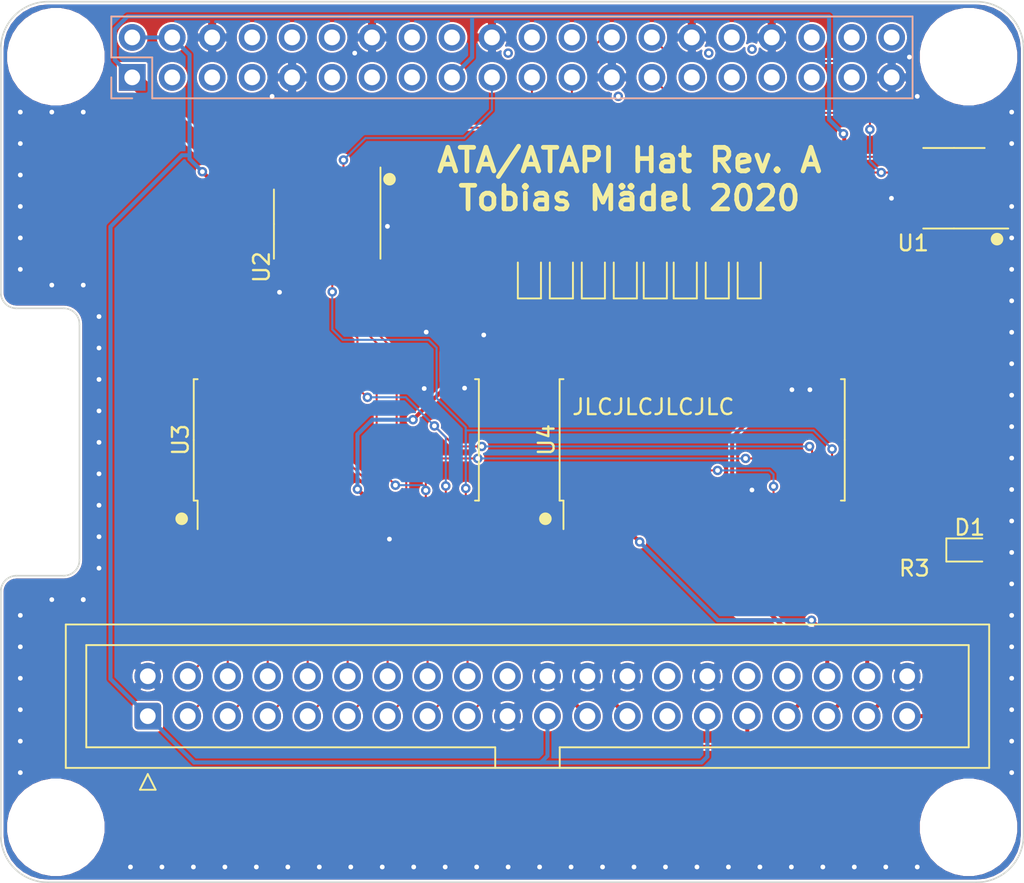
<source format=kicad_pcb>
(kicad_pcb (version 20171130) (host pcbnew 5.1.6)
  (layers (0 F.Cu signal) (31 B.Cu signal) (34 B.Paste user) (35 F.Paste user) (36 B.SilkS user) (37 F.SilkS user) (38 B.Mask user) (39 F.Mask user) (44 Edge.Cuts user))
  (net 0 "")
  (net 1 +5V)
  (net 2 "Net-(D1-Pad1)")
  (net 3 /ID_SD)
  (net 4 +3V3)
  (net 5 /ID_SC)
  (net 6 /ACTIVE)
  (net 7 GND)
  (net 8 "Net-(U2-Pad15)")
  (net 9 "Net-(U2-Pad14)")
  (net 10 "Net-(U2-Pad13)")
  (net 11 "Net-(U2-Pad12)")
  (net 12 "Net-(U2-Pad9)")
  (net 13 "Net-(U2-Pad8)")
  (net 14 "Net-(U2-Pad7)")
  (net 15 "Net-(U2-Pad6)")
  (net 16 /D7)
  (net 17 /D6)
  (net 18 /D5)
  (net 19 /D4)
  (net 20 /D3)
  (net 21 /D2)
  (net 22 /D1)
  (net 23 /D0)
  (net 24 "Net-(U3-Pad20)")
  (net 25 "Net-(U3-Pad19)")
  (net 26 /D15)
  (net 27 /D14)
  (net 28 /D13)
  (net 29 /D12)
  (net 30 /D11)
  (net 31 /D10)
  (net 32 /D9)
  (net 33 /D8)
  (net 34 "Net-(U4-Pad20)")
  (net 35 "Net-(U4-Pad19)")
  (net 36 "Net-(J1-Pad40)")
  (net 37 "Net-(J1-Pad38)")
  (net 38 "Net-(J1-Pad37)")
  (net 39 "Net-(J1-Pad36)")
  (net 40 "Net-(J1-Pad35)")
  (net 41 "Net-(J1-Pad33)")
  (net 42 "Net-(J1-Pad32)")
  (net 43 "Net-(J1-Pad31)")
  (net 44 "Net-(J1-Pad29)")
  (net 45 "Net-(J1-Pad24)")
  (net 46 "Net-(J1-Pad22)")
  (net 47 "Net-(J1-Pad18)")
  (net 48 "Net-(J1-Pad16)")
  (net 49 "Net-(J1-Pad15)")
  (net 50 "Net-(J1-Pad13)")
  (net 51 "Net-(J1-Pad12)")
  (net 52 "Net-(J1-Pad11)")
  (net 53 "Net-(J1-Pad10)")
  (net 54 "Net-(J1-Pad8)")
  (net 55 "Net-(J1-Pad7)")
  (net 56 "Net-(J1-Pad5)")
  (net 57 "Net-(J1-Pad3)")
  (net 58 /CS1)
  (net 59 /DA2)
  (net 60 "Net-(J2-Pad34)")
  (net 61 "Net-(J2-Pad32)")
  (net 62 "Net-(J2-Pad28)")
  (net 63 "Net-(J2-Pad20)")
  (net 64 /CS0)
  (net 65 /DA0)
  (net 66 /DA1)
  (net 67 /IRQ)
  (net 68 /IO_CH_RD)
  (net 69 /IOR)
  (net 70 /IOW)
  (net 71 "Net-(D2-Pad1)")
  (net 72 "Net-(D3-Pad1)")
  (net 73 "Net-(D4-Pad1)")
  (net 74 "Net-(D5-Pad1)")
  (net 75 "Net-(D6-Pad1)")
  (net 76 "Net-(D7-Pad1)")
  (net 77 "Net-(D8-Pad1)")
  (net 78 "Net-(D9-Pad1)")
  (net 79 /3V_MOSI)
  (net 80 /3V_MISO)
  (net 81 /3V_SCK)
  (net 82 /3V_CS)
  (net 83 "Net-(R4-Pad2)")
  (net 84 "Net-(R5-Pad2)")
  (net 85 "Net-(R6-Pad2)")
  (net 86 "Net-(R7-Pad2)")
  (net 87 "Net-(R8-Pad2)")
  (net 88 "Net-(R9-Pad2)")
  (net 89 "Net-(R10-Pad2)")
  (net 90 "Net-(R11-Pad2)")
  (net 91 /CS)
  (net 92 /SCK)
  (net 93 /MOSI)
  (net 94 /MISO)
  (module Package_SO:TSSOP-20_4.4x6.5mm_P0.65mm (layer F.Cu) (at 65.635627 142.299877 270)
    (fp_text reference U2 (at 2.734123 4.167627 90) (layer F.SilkS))
    (fp_text value TXS0108EPW)
    (pad 20 smd roundrect (at 2.8625 -2.925 270) (size 1.475 0.4) (layers F.Cu F.Paste F.Mask) (net 91 /CS))
    (pad 19 smd roundrect (at 2.8625 -2.275 270) (size 1.475 0.4) (layers F.Cu F.Paste F.Mask) (net 1 +5V))
    (pad 18 smd roundrect (at 2.8625 -1.625 270) (size 1.475 0.4) (layers F.Cu F.Paste F.Mask) (net 92 /SCK))
    (pad 17 smd roundrect (at 2.8625 -0.975 270) (size 1.475 0.4) (layers F.Cu F.Paste F.Mask) (net 93 /MOSI))
    (pad 16 smd roundrect (at 2.8625 -0.325 270) (size 1.475 0.4) (layers F.Cu F.Paste F.Mask) (net 94 /MISO))
    (pad 15 smd roundrect (at 2.8625 0.325 270) (size 1.475 0.4) (layers F.Cu F.Paste F.Mask) (net 8 "Net-(U2-Pad15)"))
    (pad 14 smd roundrect (at 2.8625 0.975 270) (size 1.475 0.4) (layers F.Cu F.Paste F.Mask) (net 9 "Net-(U2-Pad14)"))
    (pad 13 smd roundrect (at 2.8625 1.625 270) (size 1.475 0.4) (layers F.Cu F.Paste F.Mask) (net 10 "Net-(U2-Pad13)"))
    (pad 12 smd roundrect (at 2.8625 2.275 270) (size 1.475 0.4) (layers F.Cu F.Paste F.Mask) (net 11 "Net-(U2-Pad12)"))
    (pad 11 smd roundrect (at 2.8625 2.925 270) (size 1.475 0.4) (layers F.Cu F.Paste F.Mask) (net 7 GND))
    (pad 10 smd roundrect (at -2.8625 2.925 270) (size 1.475 0.4) (layers F.Cu F.Paste F.Mask) (net 4 +3V3))
    (pad 9 smd roundrect (at -2.8625 2.275 270) (size 1.475 0.4) (layers F.Cu F.Paste F.Mask) (net 12 "Net-(U2-Pad9)"))
    (pad 8 smd roundrect (at -2.8625 1.625 270) (size 1.475 0.4) (layers F.Cu F.Paste F.Mask) (net 13 "Net-(U2-Pad8)"))
    (pad 7 smd roundrect (at -2.8625 0.975 270) (size 1.475 0.4) (layers F.Cu F.Paste F.Mask) (net 14 "Net-(U2-Pad7)"))
    (pad 6 smd roundrect (at -2.8625 0.325 270) (size 1.475 0.4) (layers F.Cu F.Paste F.Mask) (net 15 "Net-(U2-Pad6)"))
    (pad 5 smd roundrect (at -2.8625 -0.325 270) (size 1.475 0.4) (layers F.Cu F.Paste F.Mask) (net 80 /3V_MISO))
    (pad 4 smd roundrect (at -2.8625 -0.975 270) (size 1.475 0.4) (layers F.Cu F.Paste F.Mask) (net 79 /3V_MOSI))
    (pad 3 smd roundrect (at -2.8625 -1.625 270) (size 1.475 0.4) (layers F.Cu F.Paste F.Mask) (net 81 /3V_SCK))
    (pad 2 smd roundrect (at -2.8625 -2.275 270) (size 1.475 0.4) (layers F.Cu F.Paste F.Mask) (net 4 +3V3))
    (pad 1 smd roundrect (at -2.8625 -2.925 270) (size 1.475 0.4) (layers F.Cu F.Paste F.Mask) (net 82 /3V_CS))
  )
  (module Resistor_SMD:R_0402_1005Metric (layer F.Cu) (at 81.153 148.971 270)
    (fp_text reference R11 hide)
    (fp_text value 4.7k hide)
    (pad 2 smd roundrect (at 0.485 0 270) (size 0.59 0.64) (layers F.Cu F.Paste F.Mask) (net 90 "Net-(R11-Pad2)"))
    (pad 1 smd roundrect (at -0.485 0 270) (size 0.59 0.64) (layers F.Cu F.Paste F.Mask) (net 78 "Net-(D9-Pad1)"))
  )
  (module Resistor_SMD:R_0402_1005Metric (layer F.Cu) (at 82.423 148.971 270)
    (fp_text reference R10 hide)
    (fp_text value 4.7k hide)
    (pad 2 smd roundrect (at 0.485 0 270) (size 0.59 0.64) (layers F.Cu F.Paste F.Mask) (net 89 "Net-(R10-Pad2)"))
    (pad 1 smd roundrect (at -0.485 0 270) (size 0.59 0.64) (layers F.Cu F.Paste F.Mask) (net 77 "Net-(D8-Pad1)"))
  )
  (module Resistor_SMD:R_0402_1005Metric (layer F.Cu) (at 83.693 148.971 270)
    (fp_text reference R9 hide)
    (fp_text value 10k hide)
    (pad 2 smd roundrect (at 0.485 0 270) (size 0.59 0.64) (layers F.Cu F.Paste F.Mask) (net 88 "Net-(R9-Pad2)"))
    (pad 1 smd roundrect (at -0.485 0 270) (size 0.59 0.64) (layers F.Cu F.Paste F.Mask) (net 76 "Net-(D7-Pad1)"))
  )
  (module Resistor_SMD:R_0402_1005Metric (layer F.Cu) (at 84.963 148.971 270)
    (fp_text reference R8 hide)
    (fp_text value 10k hide)
    (pad 2 smd roundrect (at 0.485 0 270) (size 0.59 0.64) (layers F.Cu F.Paste F.Mask) (net 87 "Net-(R8-Pad2)"))
    (pad 1 smd roundrect (at -0.485 0 270) (size 0.59 0.64) (layers F.Cu F.Paste F.Mask) (net 75 "Net-(D6-Pad1)"))
  )
  (module Resistor_SMD:R_0402_1005Metric (layer F.Cu) (at 86.233 148.971 270)
    (fp_text reference R7 hide)
    (fp_text value 4.7k hide)
    (pad 2 smd roundrect (at 0.485 0 270) (size 0.59 0.64) (layers F.Cu F.Paste F.Mask) (net 86 "Net-(R7-Pad2)"))
    (pad 1 smd roundrect (at -0.485 0 270) (size 0.59 0.64) (layers F.Cu F.Paste F.Mask) (net 74 "Net-(D5-Pad1)"))
  )
  (module Resistor_SMD:R_0402_1005Metric (layer F.Cu) (at 87.503 148.971 270)
    (fp_text reference R6 hide)
    (fp_text value 4.7k hide)
    (pad 2 smd roundrect (at 0.485 0 270) (size 0.59 0.64) (layers F.Cu F.Paste F.Mask) (net 85 "Net-(R6-Pad2)"))
    (pad 1 smd roundrect (at -0.485 0 270) (size 0.59 0.64) (layers F.Cu F.Paste F.Mask) (net 73 "Net-(D4-Pad1)"))
  )
  (module Resistor_SMD:R_0402_1005Metric (layer F.Cu) (at 88.773 148.971 270)
    (fp_text reference R5 hide)
    (fp_text value 4.7k hide)
    (pad 2 smd roundrect (at 0.485 0 270) (size 0.59 0.64) (layers F.Cu F.Paste F.Mask) (net 84 "Net-(R5-Pad2)"))
    (pad 1 smd roundrect (at -0.485 0 270) (size 0.59 0.64) (layers F.Cu F.Paste F.Mask) (net 72 "Net-(D3-Pad1)"))
  )
  (module Resistor_SMD:R_0402_1005Metric (layer F.Cu) (at 90.043 148.971 270)
    (fp_text reference R4 hide)
    (fp_text value 4.7k hide)
    (pad 2 smd roundrect (at 0.485 0 270) (size 0.59 0.64) (layers F.Cu F.Paste F.Mask) (net 83 "Net-(R4-Pad2)"))
    (pad 1 smd roundrect (at -0.485 0 270) (size 0.59 0.64) (layers F.Cu F.Paste F.Mask) (net 71 "Net-(D2-Pad1)"))
  )
  (module LED_SMD:LED_0603_1608Metric (layer F.Cu) (at 78.486 145.542 90)
    (fp_text reference D9 hide)
    (fp_text value Blue hide)
    (pad 2 smd roundrect (at 0.7875 0 90) (size 0.875 0.95) (layers F.Cu F.Paste F.Mask) (net 1 +5V))
    (pad 1 smd roundrect (at -0.7875 0 90) (size 0.875 0.95) (layers F.Cu F.Paste F.Mask) (net 78 "Net-(D9-Pad1)"))
  )
  (module LED_SMD:LED_0603_1608Metric (layer F.Cu) (at 80.518 145.542 90)
    (fp_text reference D8 hide)
    (fp_text value Blue hide)
    (pad 2 smd roundrect (at 0.7875 0 90) (size 0.875 0.95) (layers F.Cu F.Paste F.Mask) (net 1 +5V))
    (pad 1 smd roundrect (at -0.7875 0 90) (size 0.875 0.95) (layers F.Cu F.Paste F.Mask) (net 77 "Net-(D8-Pad1)"))
  )
  (module LED_SMD:LED_0603_1608Metric (layer F.Cu) (at 82.55 145.542 90)
    (fp_text reference D7 hide)
    (fp_text value Green hide)
    (pad 2 smd roundrect (at 0.7875 0 90) (size 0.875 0.95) (layers F.Cu F.Paste F.Mask) (net 1 +5V))
    (pad 1 smd roundrect (at -0.7875 0 90) (size 0.875 0.95) (layers F.Cu F.Paste F.Mask) (net 76 "Net-(D7-Pad1)"))
  )
  (module LED_SMD:LED_0603_1608Metric (layer F.Cu) (at 84.582 145.542 90)
    (fp_text reference D6 hide)
    (fp_text value Green hide)
    (pad 2 smd roundrect (at 0.7875 0 90) (size 0.875 0.95) (layers F.Cu F.Paste F.Mask) (net 1 +5V))
    (pad 1 smd roundrect (at -0.7875 0 90) (size 0.875 0.95) (layers F.Cu F.Paste F.Mask) (net 75 "Net-(D6-Pad1)"))
  )
  (module LED_SMD:LED_0603_1608Metric (layer F.Cu) (at 86.487 145.542 90)
    (fp_text reference D5 hide)
    (fp_text value Yellow hide)
    (pad 2 smd roundrect (at 0.7875 0 90) (size 0.875 0.95) (layers F.Cu F.Paste F.Mask) (net 1 +5V))
    (pad 1 smd roundrect (at -0.7875 0 90) (size 0.875 0.95) (layers F.Cu F.Paste F.Mask) (net 74 "Net-(D5-Pad1)"))
  )
  (module LED_SMD:LED_0603_1608Metric (layer F.Cu) (at 88.392 145.542 90)
    (fp_text reference D4 hide)
    (fp_text value Yellow hide)
    (pad 2 smd roundrect (at 0.7875 0 90) (size 0.875 0.95) (layers F.Cu F.Paste F.Mask) (net 1 +5V))
    (pad 1 smd roundrect (at -0.7875 0 90) (size 0.875 0.95) (layers F.Cu F.Paste F.Mask) (net 73 "Net-(D4-Pad1)"))
  )
  (module LED_SMD:LED_0603_1608Metric (layer F.Cu) (at 90.424 145.542 90)
    (fp_text reference D3 hide)
    (fp_text value Red hide)
    (pad 2 smd roundrect (at 0.7875 0 90) (size 0.875 0.95) (layers F.Cu F.Paste F.Mask) (net 1 +5V))
    (pad 1 smd roundrect (at -0.7875 0 90) (size 0.875 0.95) (layers F.Cu F.Paste F.Mask) (net 72 "Net-(D3-Pad1)"))
  )
  (module LED_SMD:LED_0603_1608Metric (layer F.Cu) (at 92.456 145.542 90)
    (fp_text reference D2 hide)
    (fp_text value Red hide)
    (pad 2 smd roundrect (at 0.7875 0 90) (size 0.875 0.95) (layers F.Cu F.Paste F.Mask) (net 1 +5V))
    (pad 1 smd roundrect (at -0.7875 0 90) (size 0.875 0.95) (layers F.Cu F.Paste F.Mask) (net 71 "Net-(D2-Pad1)"))
  )
  (module Capacitor_SMD:C_0402_1005Metric (layer F.Cu) (at 105.235628 143.569878)
    (fp_text reference C5 hide)
    (fp_text value 100n hide)
    (pad 2 smd roundrect (at 0.485 0) (size 0.59 0.64) (layers F.Cu F.Paste F.Mask) (net 7 GND))
    (pad 1 smd roundrect (at -0.485 0) (size 0.59 0.64) (layers F.Cu F.Paste F.Mask) (net 4 +3V3))
  )
  (module Capacitor_SMD:C_0402_1005Metric (layer F.Cu) (at 70.325627 141.409875 270)
    (fp_text reference C4 hide)
    (fp_text value 100n hide)
    (pad 2 smd roundrect (at 0.485 0 270) (size 0.59 0.64) (layers F.Cu F.Paste F.Mask) (net 7 GND))
    (pad 1 smd roundrect (at -0.485 0 270) (size 0.59 0.64) (layers F.Cu F.Paste F.Mask) (net 4 +3V3))
  )
  (module Capacitor_SMD:C_0402_1005Metric (layer F.Cu) (at 97.085627 149.299875 180)
    (fp_text reference C3 hide)
    (fp_text value 100n hide)
    (pad 2 smd roundrect (at 0.485 0 180) (size 0.59 0.64) (layers F.Cu F.Paste F.Mask) (net 7 GND))
    (pad 1 smd roundrect (at -0.485 0 180) (size 0.59 0.64) (layers F.Cu F.Paste F.Mask) (net 1 +5V))
  )
  (module Capacitor_SMD:C_0402_1005Metric (layer F.Cu) (at 73.805628 149.349876)
    (fp_text reference C2 hide)
    (fp_text value 100n hide)
    (pad 2 smd roundrect (at 0.485 0) (size 0.59 0.64) (layers F.Cu F.Paste F.Mask) (net 7 GND))
    (pad 1 smd roundrect (at -0.485 0) (size 0.59 0.64) (layers F.Cu F.Paste F.Mask) (net 1 +5V))
  )
  (module Capacitor_SMD:C_0402_1005Metric (layer F.Cu) (at 70.315627 143.349876 90)
    (fp_text reference C1 hide)
    (fp_text value 100n hide)
    (pad 2 smd roundrect (at 0.485 0 90) (size 0.59 0.64) (layers F.Cu F.Paste F.Mask) (net 7 GND))
    (pad 1 smd roundrect (at -0.485 0 90) (size 0.59 0.64) (layers F.Cu F.Paste F.Mask) (net 1 +5V))
  )
  (module RPi_Hat:RPi_Hat_Mounting_Hole (layer F.Cu) (at 106.392628 180.655875)
    (fp_text reference "" hide)
    (fp_text value "" hide)
    (pad "" np_thru_hole circle (at 0 0) (size 2.75 2.75) (drill 2.75) (layers *.Cu *.Mask) (clearance 1.725))
  )
  (module RPi_Hat:RPi_Hat_Mounting_Hole (layer F.Cu) (at 48.392628 131.655876)
    (fp_text reference "" hide)
    (fp_text value "" hide)
    (pad "" np_thru_hole circle (at 0 0) (size 2.75 2.75) (drill 2.75) (layers *.Cu *.Mask) (clearance 1.725))
  )
  (module RPi_Hat:RPi_Hat_Mounting_Hole (layer F.Cu) (at 48.392627 180.655877)
    (fp_text reference "" hide)
    (fp_text value "" hide)
    (pad "" np_thru_hole circle (at 0 0) (size 2.75 2.75) (drill 2.75) (layers *.Cu *.Mask) (clearance 1.725))
  )
  (module RPi_Hat:RPi_Hat_Mounting_Hole (layer F.Cu) (at 106.392628 131.655876)
    (fp_text reference "" hide)
    (fp_text value "" hide)
    (pad "" np_thru_hole circle (at 0 0) (size 2.75 2.75) (drill 2.75) (layers *.Cu *.Mask) (clearance 1.725))
  )
  (module Connector_IDC:IDC-Header_2x20_P2.54mm_Vertical (layer F.Cu) (at 54.234241 173.587564 90)
    (fp_text reference J2 hide)
    (fp_text value IDE)
    (pad 40 thru_hole circle (at 2.54 48.26 90) (size 1.7 1.7) (drill 1) (layers *.Cu *.Mask) (net 7 GND))
    (pad 38 thru_hole circle (at 2.54 45.72 90) (size 1.7 1.7) (drill 1) (layers *.Cu *.Mask) (net 58 /CS1))
    (pad 36 thru_hole circle (at 2.54 43.18 90) (size 1.7 1.7) (drill 1) (layers *.Cu *.Mask) (net 59 /DA2))
    (pad 34 thru_hole circle (at 2.54 40.64 90) (size 1.7 1.7) (drill 1) (layers *.Cu *.Mask) (net 60 "Net-(J2-Pad34)"))
    (pad 32 thru_hole circle (at 2.54 38.1 90) (size 1.7 1.7) (drill 1) (layers *.Cu *.Mask) (net 61 "Net-(J2-Pad32)"))
    (pad 30 thru_hole circle (at 2.54 35.56 90) (size 1.7 1.7) (drill 1) (layers *.Cu *.Mask) (net 7 GND))
    (pad 28 thru_hole circle (at 2.54 33.02 90) (size 1.7 1.7) (drill 1) (layers *.Cu *.Mask) (net 62 "Net-(J2-Pad28)"))
    (pad 26 thru_hole circle (at 2.54 30.48 90) (size 1.7 1.7) (drill 1) (layers *.Cu *.Mask) (net 7 GND))
    (pad 24 thru_hole circle (at 2.54 27.94 90) (size 1.7 1.7) (drill 1) (layers *.Cu *.Mask) (net 7 GND))
    (pad 22 thru_hole circle (at 2.54 25.4 90) (size 1.7 1.7) (drill 1) (layers *.Cu *.Mask) (net 7 GND))
    (pad 20 thru_hole circle (at 2.54 22.86 90) (size 1.7 1.7) (drill 1) (layers *.Cu *.Mask) (net 63 "Net-(J2-Pad20)"))
    (pad 18 thru_hole circle (at 2.54 20.32 90) (size 1.7 1.7) (drill 1) (layers *.Cu *.Mask) (net 26 /D15))
    (pad 16 thru_hole circle (at 2.54 17.78 90) (size 1.7 1.7) (drill 1) (layers *.Cu *.Mask) (net 27 /D14))
    (pad 14 thru_hole circle (at 2.54 15.24 90) (size 1.7 1.7) (drill 1) (layers *.Cu *.Mask) (net 28 /D13))
    (pad 12 thru_hole circle (at 2.54 12.7 90) (size 1.7 1.7) (drill 1) (layers *.Cu *.Mask) (net 29 /D12))
    (pad 10 thru_hole circle (at 2.54 10.16 90) (size 1.7 1.7) (drill 1) (layers *.Cu *.Mask) (net 30 /D11))
    (pad 8 thru_hole circle (at 2.54 7.62 90) (size 1.7 1.7) (drill 1) (layers *.Cu *.Mask) (net 31 /D10))
    (pad 6 thru_hole circle (at 2.54 5.08 90) (size 1.7 1.7) (drill 1) (layers *.Cu *.Mask) (net 32 /D9))
    (pad 4 thru_hole circle (at 2.54 2.54 90) (size 1.7 1.7) (drill 1) (layers *.Cu *.Mask) (net 33 /D8))
    (pad 2 thru_hole circle (at 2.54 0 90) (size 1.7 1.7) (drill 1) (layers *.Cu *.Mask) (net 7 GND))
    (pad 39 thru_hole circle (at 0 48.26 90) (size 1.7 1.7) (drill 1) (layers *.Cu *.Mask) (net 6 /ACTIVE))
    (pad 37 thru_hole circle (at 0 45.72 90) (size 1.7 1.7) (drill 1) (layers *.Cu *.Mask) (net 64 /CS0))
    (pad 35 thru_hole circle (at 0 43.18 90) (size 1.7 1.7) (drill 1) (layers *.Cu *.Mask) (net 65 /DA0))
    (pad 33 thru_hole circle (at 0 40.64 90) (size 1.7 1.7) (drill 1) (layers *.Cu *.Mask) (net 66 /DA1))
    (pad 31 thru_hole circle (at 0 38.1 90) (size 1.7 1.7) (drill 1) (layers *.Cu *.Mask) (net 67 /IRQ))
    (pad 29 thru_hole circle (at 0 35.56 90) (size 1.7 1.7) (drill 1) (layers *.Cu *.Mask) (net 1 +5V))
    (pad 27 thru_hole circle (at 0 33.02 90) (size 1.7 1.7) (drill 1) (layers *.Cu *.Mask) (net 68 /IO_CH_RD))
    (pad 25 thru_hole circle (at 0 30.48 90) (size 1.7 1.7) (drill 1) (layers *.Cu *.Mask) (net 69 /IOR))
    (pad 23 thru_hole circle (at 0 27.94 90) (size 1.7 1.7) (drill 1) (layers *.Cu *.Mask) (net 70 /IOW))
    (pad 21 thru_hole circle (at 0 25.4 90) (size 1.7 1.7) (drill 1) (layers *.Cu *.Mask) (net 1 +5V))
    (pad 19 thru_hole circle (at 0 22.86 90) (size 1.7 1.7) (drill 1) (layers *.Cu *.Mask) (net 7 GND))
    (pad 17 thru_hole circle (at 0 20.32 90) (size 1.7 1.7) (drill 1) (layers *.Cu *.Mask) (net 23 /D0))
    (pad 15 thru_hole circle (at 0 17.78 90) (size 1.7 1.7) (drill 1) (layers *.Cu *.Mask) (net 22 /D1))
    (pad 13 thru_hole circle (at 0 15.24 90) (size 1.7 1.7) (drill 1) (layers *.Cu *.Mask) (net 21 /D2))
    (pad 11 thru_hole circle (at 0 12.7 90) (size 1.7 1.7) (drill 1) (layers *.Cu *.Mask) (net 20 /D3))
    (pad 9 thru_hole circle (at 0 10.16 90) (size 1.7 1.7) (drill 1) (layers *.Cu *.Mask) (net 19 /D4))
    (pad 7 thru_hole circle (at 0 7.62 90) (size 1.7 1.7) (drill 1) (layers *.Cu *.Mask) (net 18 /D5))
    (pad 5 thru_hole circle (at 0 5.08 90) (size 1.7 1.7) (drill 1) (layers *.Cu *.Mask) (net 17 /D6))
    (pad 3 thru_hole circle (at 0 2.54 90) (size 1.7 1.7) (drill 1) (layers *.Cu *.Mask) (net 16 /D7))
    (pad 1 thru_hole roundrect (at 0 0 90) (size 1.7 1.7) (drill 1) (layers *.Cu *.Mask) (roundrect_rratio 0.147059) (net 1 +5V))
  )
  (module Connector_PinSocket_2.54mm:PinSocket_2x20_P2.54mm_Vertical (layer B.Cu) (at 53.245628 132.969876 270)
    (fp_text reference J1 hide)
    (fp_text value Pi hide)
    (pad 1 thru_hole rect (at 0 0 270) (size 1.7 1.7) (drill 1) (layers *.Cu *.Mask) (net 4 +3V3))
    (pad 2 thru_hole oval (at -2.54 0 270) (size 1.7 1.7) (drill 1) (layers *.Cu *.Mask) (net 1 +5V))
    (pad 3 thru_hole oval (at 0 -2.54 270) (size 1.7 1.7) (drill 1) (layers *.Cu *.Mask) (net 57 "Net-(J1-Pad3)"))
    (pad 4 thru_hole oval (at -2.54 -2.54 270) (size 1.7 1.7) (drill 1) (layers *.Cu *.Mask) (net 1 +5V))
    (pad 5 thru_hole oval (at 0 -5.08 270) (size 1.7 1.7) (drill 1) (layers *.Cu *.Mask) (net 56 "Net-(J1-Pad5)"))
    (pad 6 thru_hole oval (at -2.54 -5.08 270) (size 1.7 1.7) (drill 1) (layers *.Cu *.Mask) (net 7 GND))
    (pad 7 thru_hole oval (at 0 -7.62 270) (size 1.7 1.7) (drill 1) (layers *.Cu *.Mask) (net 55 "Net-(J1-Pad7)"))
    (pad 8 thru_hole oval (at -2.54 -7.62 270) (size 1.7 1.7) (drill 1) (layers *.Cu *.Mask) (net 54 "Net-(J1-Pad8)"))
    (pad 9 thru_hole oval (at 0 -10.16 270) (size 1.7 1.7) (drill 1) (layers *.Cu *.Mask) (net 7 GND))
    (pad 10 thru_hole oval (at -2.54 -10.16 270) (size 1.7 1.7) (drill 1) (layers *.Cu *.Mask) (net 53 "Net-(J1-Pad10)"))
    (pad 11 thru_hole oval (at 0 -12.7 270) (size 1.7 1.7) (drill 1) (layers *.Cu *.Mask) (net 52 "Net-(J1-Pad11)"))
    (pad 12 thru_hole oval (at -2.54 -12.7 270) (size 1.7 1.7) (drill 1) (layers *.Cu *.Mask) (net 51 "Net-(J1-Pad12)"))
    (pad 13 thru_hole oval (at 0 -15.24 270) (size 1.7 1.7) (drill 1) (layers *.Cu *.Mask) (net 50 "Net-(J1-Pad13)"))
    (pad 14 thru_hole oval (at -2.54 -15.24 270) (size 1.7 1.7) (drill 1) (layers *.Cu *.Mask) (net 7 GND))
    (pad 15 thru_hole oval (at 0 -17.78 270) (size 1.7 1.7) (drill 1) (layers *.Cu *.Mask) (net 49 "Net-(J1-Pad15)"))
    (pad 16 thru_hole oval (at -2.54 -17.78 270) (size 1.7 1.7) (drill 1) (layers *.Cu *.Mask) (net 48 "Net-(J1-Pad16)"))
    (pad 17 thru_hole oval (at 0 -20.32 270) (size 1.7 1.7) (drill 1) (layers *.Cu *.Mask) (net 4 +3V3))
    (pad 18 thru_hole oval (at -2.54 -20.32 270) (size 1.7 1.7) (drill 1) (layers *.Cu *.Mask) (net 47 "Net-(J1-Pad18)"))
    (pad 19 thru_hole oval (at 0 -22.86 270) (size 1.7 1.7) (drill 1) (layers *.Cu *.Mask) (net 79 /3V_MOSI))
    (pad 20 thru_hole oval (at -2.54 -22.86 270) (size 1.7 1.7) (drill 1) (layers *.Cu *.Mask) (net 7 GND))
    (pad 21 thru_hole oval (at 0 -25.4 270) (size 1.7 1.7) (drill 1) (layers *.Cu *.Mask) (net 80 /3V_MISO))
    (pad 22 thru_hole oval (at -2.54 -25.4 270) (size 1.7 1.7) (drill 1) (layers *.Cu *.Mask) (net 46 "Net-(J1-Pad22)"))
    (pad 23 thru_hole oval (at 0 -27.94 270) (size 1.7 1.7) (drill 1) (layers *.Cu *.Mask) (net 81 /3V_SCK))
    (pad 24 thru_hole oval (at -2.54 -27.94 270) (size 1.7 1.7) (drill 1) (layers *.Cu *.Mask) (net 45 "Net-(J1-Pad24)"))
    (pad 25 thru_hole oval (at 0 -30.48 270) (size 1.7 1.7) (drill 1) (layers *.Cu *.Mask) (net 7 GND))
    (pad 26 thru_hole oval (at -2.54 -30.48 270) (size 1.7 1.7) (drill 1) (layers *.Cu *.Mask) (net 82 /3V_CS))
    (pad 27 thru_hole oval (at 0 -33.02 270) (size 1.7 1.7) (drill 1) (layers *.Cu *.Mask) (net 3 /ID_SD))
    (pad 28 thru_hole oval (at -2.54 -33.02 270) (size 1.7 1.7) (drill 1) (layers *.Cu *.Mask) (net 5 /ID_SC))
    (pad 29 thru_hole oval (at 0 -35.56 270) (size 1.7 1.7) (drill 1) (layers *.Cu *.Mask) (net 44 "Net-(J1-Pad29)"))
    (pad 30 thru_hole oval (at -2.54 -35.56 270) (size 1.7 1.7) (drill 1) (layers *.Cu *.Mask) (net 7 GND))
    (pad 31 thru_hole oval (at 0 -38.1 270) (size 1.7 1.7) (drill 1) (layers *.Cu *.Mask) (net 43 "Net-(J1-Pad31)"))
    (pad 32 thru_hole oval (at -2.54 -38.1 270) (size 1.7 1.7) (drill 1) (layers *.Cu *.Mask) (net 42 "Net-(J1-Pad32)"))
    (pad 33 thru_hole oval (at 0 -40.64 270) (size 1.7 1.7) (drill 1) (layers *.Cu *.Mask) (net 41 "Net-(J1-Pad33)"))
    (pad 34 thru_hole oval (at -2.54 -40.64 270) (size 1.7 1.7) (drill 1) (layers *.Cu *.Mask) (net 7 GND))
    (pad 35 thru_hole oval (at 0 -43.18 270) (size 1.7 1.7) (drill 1) (layers *.Cu *.Mask) (net 40 "Net-(J1-Pad35)"))
    (pad 36 thru_hole oval (at -2.54 -43.18 270) (size 1.7 1.7) (drill 1) (layers *.Cu *.Mask) (net 39 "Net-(J1-Pad36)"))
    (pad 37 thru_hole oval (at 0 -45.72 270) (size 1.7 1.7) (drill 1) (layers *.Cu *.Mask) (net 38 "Net-(J1-Pad37)"))
    (pad 38 thru_hole oval (at -2.54 -45.72 270) (size 1.7 1.7) (drill 1) (layers *.Cu *.Mask) (net 37 "Net-(J1-Pad38)"))
    (pad 39 thru_hole oval (at 0 -48.26 270) (size 1.7 1.7) (drill 1) (layers *.Cu *.Mask) (net 7 GND))
    (pad 40 thru_hole oval (at -2.54 -48.26 270) (size 1.7 1.7) (drill 1) (layers *.Cu *.Mask) (net 36 "Net-(J1-Pad40)"))
  )
  (module Package_SO:SOIC-28W_7.5x17.9mm_P1.27mm (layer F.Cu) (at 89.465628 156.019875 90)
    (fp_text reference U4 (at 0 -9.9 90) (layer F.SilkS))
    (fp_text value MCP23S17_SO)
    (pad 28 smd roundrect (at 4.65 -8.255 90) (size 2.05 0.6) (layers F.Cu F.Paste F.Mask) (net 90 "Net-(R11-Pad2)"))
    (pad 27 smd roundrect (at 4.65 -6.985 90) (size 2.05 0.6) (layers F.Cu F.Paste F.Mask) (net 89 "Net-(R10-Pad2)"))
    (pad 26 smd roundrect (at 4.65 -5.715 90) (size 2.05 0.6) (layers F.Cu F.Paste F.Mask) (net 88 "Net-(R9-Pad2)"))
    (pad 25 smd roundrect (at 4.65 -4.445 90) (size 2.05 0.6) (layers F.Cu F.Paste F.Mask) (net 87 "Net-(R8-Pad2)"))
    (pad 24 smd roundrect (at 4.65 -3.175 90) (size 2.05 0.6) (layers F.Cu F.Paste F.Mask) (net 86 "Net-(R7-Pad2)"))
    (pad 23 smd roundrect (at 4.65 -1.905 90) (size 2.05 0.6) (layers F.Cu F.Paste F.Mask) (net 85 "Net-(R6-Pad2)"))
    (pad 22 smd roundrect (at 4.65 -0.635 90) (size 2.05 0.6) (layers F.Cu F.Paste F.Mask) (net 84 "Net-(R5-Pad2)"))
    (pad 21 smd roundrect (at 4.65 0.635 90) (size 2.05 0.6) (layers F.Cu F.Paste F.Mask) (net 83 "Net-(R4-Pad2)"))
    (pad 20 smd roundrect (at 4.65 1.905 90) (size 2.05 0.6) (layers F.Cu F.Paste F.Mask) (net 34 "Net-(U4-Pad20)"))
    (pad 19 smd roundrect (at 4.65 3.175 90) (size 2.05 0.6) (layers F.Cu F.Paste F.Mask) (net 35 "Net-(U4-Pad19)"))
    (pad 18 smd roundrect (at 4.65 4.445 90) (size 2.05 0.6) (layers F.Cu F.Paste F.Mask) (net 7 GND))
    (pad 17 smd roundrect (at 4.65 5.715 90) (size 2.05 0.6) (layers F.Cu F.Paste F.Mask) (net 7 GND))
    (pad 16 smd roundrect (at 4.65 6.985 90) (size 2.05 0.6) (layers F.Cu F.Paste F.Mask) (net 7 GND))
    (pad 15 smd roundrect (at 4.65 8.255 90) (size 2.05 0.6) (layers F.Cu F.Paste F.Mask) (net 1 +5V))
    (pad 14 smd roundrect (at -4.65 8.255 90) (size 2.05 0.6) (layers F.Cu F.Paste F.Mask) (net 94 /MISO))
    (pad 13 smd roundrect (at -4.65 6.985 90) (size 2.05 0.6) (layers F.Cu F.Paste F.Mask) (net 93 /MOSI))
    (pad 12 smd roundrect (at -4.65 5.715 90) (size 2.05 0.6) (layers F.Cu F.Paste F.Mask) (net 92 /SCK))
    (pad 11 smd roundrect (at -4.65 4.445 90) (size 2.05 0.6) (layers F.Cu F.Paste F.Mask) (net 91 /CS))
    (pad 10 smd roundrect (at -4.65 3.175 90) (size 2.05 0.6) (layers F.Cu F.Paste F.Mask) (net 7 GND))
    (pad 9 smd roundrect (at -4.65 1.905 90) (size 2.05 0.6) (layers F.Cu F.Paste F.Mask) (net 1 +5V))
    (pad 8 smd roundrect (at -4.65 0.635 90) (size 2.05 0.6) (layers F.Cu F.Paste F.Mask) (net 64 /CS0))
    (pad 7 smd roundrect (at -4.65 -0.635 90) (size 2.05 0.6) (layers F.Cu F.Paste F.Mask) (net 58 /CS1))
    (pad 6 smd roundrect (at -4.65 -1.905 90) (size 2.05 0.6) (layers F.Cu F.Paste F.Mask) (net 65 /DA0))
    (pad 5 smd roundrect (at -4.65 -3.175 90) (size 2.05 0.6) (layers F.Cu F.Paste F.Mask) (net 66 /DA1))
    (pad 4 smd roundrect (at -4.65 -4.445 90) (size 2.05 0.6) (layers F.Cu F.Paste F.Mask) (net 59 /DA2))
    (pad 3 smd roundrect (at -4.65 -5.715 90) (size 2.05 0.6) (layers F.Cu F.Paste F.Mask) (net 67 /IRQ))
    (pad 2 smd roundrect (at -4.65 -6.985 90) (size 2.05 0.6) (layers F.Cu F.Paste F.Mask) (net 69 /IOR))
    (pad 1 smd roundrect (at -4.65 -8.255 90) (size 2.05 0.6) (layers F.Cu F.Paste F.Mask) (net 70 /IOW))
  )
  (module Package_SO:SOIC-28W_7.5x17.9mm_P1.27mm (layer F.Cu) (at 66.215628 156.019877 90)
    (fp_text reference U3 (at 0 -9.9 90) (layer F.SilkS))
    (fp_text value MCP23S17_SO)
    (pad 28 smd roundrect (at 4.65 -8.255 90) (size 2.05 0.6) (layers F.Cu F.Paste F.Mask) (net 16 /D7))
    (pad 27 smd roundrect (at 4.65 -6.985 90) (size 2.05 0.6) (layers F.Cu F.Paste F.Mask) (net 17 /D6))
    (pad 26 smd roundrect (at 4.65 -5.715 90) (size 2.05 0.6) (layers F.Cu F.Paste F.Mask) (net 18 /D5))
    (pad 25 smd roundrect (at 4.65 -4.445 90) (size 2.05 0.6) (layers F.Cu F.Paste F.Mask) (net 19 /D4))
    (pad 24 smd roundrect (at 4.65 -3.175 90) (size 2.05 0.6) (layers F.Cu F.Paste F.Mask) (net 20 /D3))
    (pad 23 smd roundrect (at 4.65 -1.905 90) (size 2.05 0.6) (layers F.Cu F.Paste F.Mask) (net 21 /D2))
    (pad 22 smd roundrect (at 4.65 -0.635 90) (size 2.05 0.6) (layers F.Cu F.Paste F.Mask) (net 22 /D1))
    (pad 21 smd roundrect (at 4.65 0.635 90) (size 2.05 0.6) (layers F.Cu F.Paste F.Mask) (net 23 /D0))
    (pad 20 smd roundrect (at 4.65 1.905 90) (size 2.05 0.6) (layers F.Cu F.Paste F.Mask) (net 24 "Net-(U3-Pad20)"))
    (pad 19 smd roundrect (at 4.65 3.175 90) (size 2.05 0.6) (layers F.Cu F.Paste F.Mask) (net 25 "Net-(U3-Pad19)"))
    (pad 18 smd roundrect (at 4.65 4.445 90) (size 2.05 0.6) (layers F.Cu F.Paste F.Mask) (net 7 GND))
    (pad 17 smd roundrect (at 4.65 5.715 90) (size 2.05 0.6) (layers F.Cu F.Paste F.Mask) (net 7 GND))
    (pad 16 smd roundrect (at 4.65 6.985 90) (size 2.05 0.6) (layers F.Cu F.Paste F.Mask) (net 1 +5V))
    (pad 15 smd roundrect (at 4.65 8.255 90) (size 2.05 0.6) (layers F.Cu F.Paste F.Mask) (net 7 GND))
    (pad 14 smd roundrect (at -4.65 8.255 90) (size 2.05 0.6) (layers F.Cu F.Paste F.Mask) (net 94 /MISO))
    (pad 13 smd roundrect (at -4.65 6.985 90) (size 2.05 0.6) (layers F.Cu F.Paste F.Mask) (net 93 /MOSI))
    (pad 12 smd roundrect (at -4.65 5.715 90) (size 2.05 0.6) (layers F.Cu F.Paste F.Mask) (net 92 /SCK))
    (pad 11 smd roundrect (at -4.65 4.445 90) (size 2.05 0.6) (layers F.Cu F.Paste F.Mask) (net 91 /CS))
    (pad 10 smd roundrect (at -4.65 3.175 90) (size 2.05 0.6) (layers F.Cu F.Paste F.Mask) (net 7 GND))
    (pad 9 smd roundrect (at -4.65 1.905 90) (size 2.05 0.6) (layers F.Cu F.Paste F.Mask) (net 1 +5V))
    (pad 8 smd roundrect (at -4.65 0.635 90) (size 2.05 0.6) (layers F.Cu F.Paste F.Mask) (net 26 /D15))
    (pad 7 smd roundrect (at -4.65 -0.635 90) (size 2.05 0.6) (layers F.Cu F.Paste F.Mask) (net 27 /D14))
    (pad 6 smd roundrect (at -4.65 -1.905 90) (size 2.05 0.6) (layers F.Cu F.Paste F.Mask) (net 28 /D13))
    (pad 5 smd roundrect (at -4.65 -3.175 90) (size 2.05 0.6) (layers F.Cu F.Paste F.Mask) (net 29 /D12))
    (pad 4 smd roundrect (at -4.65 -4.445 90) (size 2.05 0.6) (layers F.Cu F.Paste F.Mask) (net 30 /D11))
    (pad 3 smd roundrect (at -4.65 -5.715 90) (size 2.05 0.6) (layers F.Cu F.Paste F.Mask) (net 31 /D10))
    (pad 2 smd roundrect (at -4.65 -6.985 90) (size 2.05 0.6) (layers F.Cu F.Paste F.Mask) (net 32 /D9))
    (pad 1 smd roundrect (at -4.65 -8.255 90) (size 2.05 0.6) (layers F.Cu F.Paste F.Mask) (net 33 /D8))
  )
  (module Package_SO:SOIC-8_3.9x4.9mm_P1.27mm (layer F.Cu) (at 105.465628 140.019875 180)
    (fp_text reference U1 (at 2.595628 -3.490125) (layer F.SilkS))
    (fp_text value AT24CS32)
    (pad 8 smd roundrect (at 2.475 -1.905 180) (size 1.95 0.6) (layers F.Cu F.Paste F.Mask) (net 4 +3V3))
    (pad 7 smd roundrect (at 2.475 -0.635 180) (size 1.95 0.6) (layers F.Cu F.Paste F.Mask) (net 7 GND))
    (pad 6 smd roundrect (at 2.475 0.635 180) (size 1.95 0.6) (layers F.Cu F.Paste F.Mask) (net 5 /ID_SC))
    (pad 5 smd roundrect (at 2.475 1.905 180) (size 1.95 0.6) (layers F.Cu F.Paste F.Mask) (net 3 /ID_SD))
    (pad 4 smd roundrect (at -2.475 1.905 180) (size 1.95 0.6) (layers F.Cu F.Paste F.Mask) (net 7 GND))
    (pad 3 smd roundrect (at -2.475 0.635 180) (size 1.95 0.6) (layers F.Cu F.Paste F.Mask) (net 7 GND))
    (pad 2 smd roundrect (at -2.475 -0.635 180) (size 1.95 0.6) (layers F.Cu F.Paste F.Mask) (net 7 GND))
    (pad 1 smd roundrect (at -2.475 -1.905 180) (size 1.95 0.6) (layers F.Cu F.Paste F.Mask) (net 7 GND))
  )
  (module Resistor_SMD:R_0402_1005Metric (layer F.Cu) (at 102.950627 163.019877 180)
    (fp_text reference R3 (at 0 -1.17) (layer F.SilkS))
    (fp_text value 4.7k)
    (pad 2 smd roundrect (at 0.485 0 180) (size 0.59 0.64) (layers F.Cu F.Paste F.Mask) (net 6 /ACTIVE))
    (pad 1 smd roundrect (at -0.485 0 180) (size 0.59 0.64) (layers F.Cu F.Paste F.Mask) (net 2 "Net-(D1-Pad1)"))
  )
  (module Resistor_SMD:R_0402_1005Metric (layer F.Cu) (at 98.980627 139.019876)
    (fp_text reference R2 hide)
    (fp_text value 4.7k hide)
    (pad 2 smd roundrect (at 0.485 0) (size 0.59 0.64) (layers F.Cu F.Paste F.Mask) (net 5 /ID_SC))
    (pad 1 smd roundrect (at -0.485 0) (size 0.59 0.64) (layers F.Cu F.Paste F.Mask) (net 4 +3V3))
  )
  (module Resistor_SMD:R_0402_1005Metric (layer F.Cu) (at 98.980628 138.019876)
    (fp_text reference R1 hide)
    (fp_text value 4.7k hide)
    (pad 2 smd roundrect (at 0.485 0) (size 0.59 0.64) (layers F.Cu F.Paste F.Mask) (net 3 /ID_SD))
    (pad 1 smd roundrect (at -0.485 0) (size 0.59 0.64) (layers F.Cu F.Paste F.Mask) (net 4 +3V3))
  )
  (module LED_SMD:LED_0603_1608Metric (layer F.Cu) (at 106.465629 163.019875)
    (fp_text reference D1 (at 0 -1.43) (layer F.SilkS))
    (fp_text value LED)
    (pad 2 smd roundrect (at 0.7875 0) (size 0.875 0.95) (layers F.Cu F.Paste F.Mask) (net 1 +5V))
    (pad 1 smd roundrect (at -0.7875 0) (size 0.875 0.95) (layers F.Cu F.Paste F.Mask) (net 2 "Net-(D1-Pad1)"))
  )
  (gr_text JLCJLCJLCJLC (at 86.36 153.924) (layer F.SilkS) (effects (font (size 1 1))))
  (gr_circle (center 108.204 143.256) (end 108.404 143.256) (layer F.SilkS) (width 0.4))
  (gr_circle (center 69.596 139.446) (end 69.796 139.446) (layer F.SilkS) (width 0.4))
  (gr_circle (center 79.502 161.036) (end 79.702 161.036) (layer F.SilkS) (width 0.4))
  (gr_circle (center 56.388 161.036) (end 56.588 161.036) (layer F.SilkS) (width 0.4))
  (gr_text "ATA/ATAPI Hat Rev. A\nTobias Mädel 2020" (at 84.836 139.446) (layer F.SilkS) (effects (font (size 1.5 1.5) (thickness 0.3))))
  (gr_line (start 47.892628 128.155877) (end 106.892628 128.155877) (angle 90) (layer Edge.Cuts) (width 0.1))
  (gr_arc (start 47.892628 131.155876) (end 44.892627 131.155877) (angle 90) (layer Edge.Cuts) (width 0.1))
  (gr_line (start 109.892627 131.155876) (end 109.892628 181.155878) (angle 90) (layer Edge.Cuts) (width 0.1))
  (gr_line (start 47.892627 184.155876) (end 106.892628 184.155877) (angle 90) (layer Edge.Cuts) (width 0.1))
  (gr_line (start 49.892627 148.655877) (end 49.892629 163.655876) (layer Edge.Cuts) (width 0.1))
  (gr_line (start 45.892627 147.655876) (end 48.892628 147.655876) (layer Edge.Cuts) (width 0.1))
  (gr_line (start 45.892628 164.655877) (end 48.892628 164.655877) (layer Edge.Cuts) (width 0.1))
  (gr_line (start 44.892627 131.155877) (end 44.892628 146.655877) (layer Edge.Cuts) (width 0.1))
  (gr_line (start 44.892627 165.655877) (end 44.892628 181.155878) (layer Edge.Cuts) (width 0.1))
  (gr_arc (start 47.892629 181.155876) (end 47.892627 184.155876) (angle 90) (layer Edge.Cuts) (width 0.1))
  (gr_arc (start 106.892629 181.155875) (end 109.892628 181.155878) (angle 90) (layer Edge.Cuts) (width 0.1))
  (gr_arc (start 45.892628 146.655877) (end 45.892627 147.655876) (angle 90) (layer Edge.Cuts) (width 0.1))
  (gr_arc (start 48.892628 148.655877) (end 48.892628 147.655876) (angle 90) (layer Edge.Cuts) (width 0.1))
  (gr_arc (start 48.892628 163.655876) (end 49.892629 163.655876) (angle 90) (layer Edge.Cuts) (width 0.1))
  (gr_arc (start 45.892627 165.655875) (end 44.892627 165.655877) (angle 90) (layer Edge.Cuts) (width 0.1))
  (gr_arc (start 106.892629 131.155876) (end 106.892628 128.155877) (angle 90) (layer Edge.Cuts) (width 0.1))
  (via (at 84.134241 134.177566) (size 0.6) (drill 0.3) (layers F.Cu B.Cu) (net 0))
  (via (at 77.13424 131.427565) (size 0.6) (drill 0.3) (layers F.Cu B.Cu) (net 0))
  (via (at 89.884241 131.427564) (size 0.6) (drill 0.3) (layers F.Cu B.Cu) (net 0))
  (via (at 92.634241 131.177564) (size 0.6) (drill 0.3) (layers F.Cu B.Cu) (net 0))
  (segment (start 67.910628 144.424877) (end 67.910628 145.162377) (width 0.254) (layer F.Cu) (net 1))
  (segment (start 68.500629 143.834876) (end 67.910628 144.424877) (width 0.254) (layer F.Cu) (net 1))
  (segment (start 70.315627 143.834876) (end 68.500629 143.834876) (width 0.254) (layer F.Cu) (net 1))
  (segment (start 67.910628 144.424877) (end 67.894241 144.408491) (width 0.254) (layer F.Cu) (net 1))
  (segment (start 67.894241 144.408491) (end 67.894241 142.467565) (width 0.254) (layer F.Cu) (net 1))
  (segment (start 67.894241 142.467565) (end 67.264241 141.837563) (width 0.254) (layer F.Cu) (net 1))
  (segment (start 67.264241 141.837563) (end 60.574241 141.837565) (width 0.254) (layer F.Cu) (net 1))
  (segment (start 60.574241 141.837565) (end 57.704241 138.967565) (width 0.254) (layer F.Cu) (net 1))
  (via (at 57.704241 138.967565) (size 0.6) (drill 0.3) (layers F.Cu B.Cu) (net 1))
  (segment (start 56.889628 131.533879) (end 55.785626 130.429877) (width 0.254) (layer B.Cu) (net 1))
  (segment (start 57.704241 138.967565) (end 56.889628 138.152952) (width 0.254) (layer B.Cu) (net 1))
  (segment (start 55.785626 130.429877) (end 53.245627 130.429878) (width 0.254) (layer B.Cu) (net 1))
  (segment (start 97.720628 149.449877) (end 97.570627 149.299875) (width 0.254) (layer F.Cu) (net 1))
  (segment (start 97.720628 151.369876) (end 97.720628 149.449877) (width 0.254) (layer F.Cu) (net 1))
  (segment (start 97.720628 152.394875) (end 96.040139 154.075364) (width 0.254) (layer F.Cu) (net 1))
  (segment (start 97.720628 151.369876) (end 97.720628 152.394875) (width 0.254) (layer F.Cu) (net 1))
  (segment (start 96.040139 154.075364) (end 93.162041 154.075364) (width 0.254) (layer F.Cu) (net 1))
  (segment (start 91.370629 155.866778) (end 91.370629 160.669875) (width 0.254) (layer F.Cu) (net 1))
  (segment (start 93.162041 154.075364) (end 91.370629 155.866778) (width 0.254) (layer F.Cu) (net 1))
  (segment (start 107.253128 163.019875) (end 107.253129 154.552053) (width 0.254) (layer F.Cu) (net 1))
  (segment (start 104.070952 151.369876) (end 97.720628 151.369876) (width 0.254) (layer F.Cu) (net 1))
  (segment (start 107.253129 154.552053) (end 104.070952 151.369876) (width 0.254) (layer F.Cu) (net 1))
  (segment (start 56.889628 138.152952) (end 56.889628 137.922178) (width 0.254) (layer B.Cu) (net 1))
  (segment (start 56.889628 137.922178) (end 56.407028 137.922177) (width 0.254) (layer B.Cu) (net 1))
  (segment (start 56.889628 137.922178) (end 56.889628 131.533879) (width 0.254) (layer B.Cu) (net 1))
  (segment (start 56.407028 137.922177) (end 51.861642 142.467564) (width 0.254) (layer B.Cu) (net 1))
  (segment (start 51.861641 171.214964) (end 54.234241 173.587564) (width 0.254) (layer B.Cu) (net 1))
  (segment (start 51.861642 142.467564) (end 51.861641 171.214964) (width 0.254) (layer B.Cu) (net 1))
  (segment (start 54.234241 173.587564) (end 57.175641 176.528964) (width 0.254) (layer B.Cu) (net 1))
  (segment (start 57.175641 176.528964) (end 76.692841 176.528965) (width 0.254) (layer B.Cu) (net 1))
  (segment (start 89.794241 176.162965) (end 89.428241 176.528964) (width 0.254) (layer B.Cu) (net 1))
  (segment (start 89.794241 173.587565) (end 89.794241 176.162965) (width 0.254) (layer B.Cu) (net 1))
  (segment (start 79.634241 176.112165) (end 79.217441 176.528964) (width 0.254) (layer B.Cu) (net 1))
  (segment (start 79.634241 173.587564) (end 79.634241 176.112165) (width 0.254) (layer B.Cu) (net 1))
  (segment (start 79.217441 176.528964) (end 89.428241 176.528964) (width 0.254) (layer B.Cu) (net 1))
  (segment (start 76.692841 176.528965) (end 79.217441 176.528964) (width 0.254) (layer B.Cu) (net 1))
  (via (at 67.558842 159.155364) (size 0.6) (drill 0.3) (layers F.Cu B.Cu) (net 1))
  (segment (start 68.120629 159.717151) (end 67.558842 159.155364) (width 0.254) (layer F.Cu) (net 1))
  (segment (start 68.120628 160.669878) (end 68.120629 159.717151) (width 0.254) (layer F.Cu) (net 1))
  (segment (start 67.558842 159.155364) (end 67.558841 156.056564) (width 0.254) (layer B.Cu) (net 1))
  (segment (start 67.558841 156.056564) (end 67.558842 155.675565) (width 0.254) (layer B.Cu) (net 1))
  (via (at 71.089441 154.735765) (size 0.6) (drill 0.3) (layers F.Cu B.Cu) (net 1))
  (segment (start 68.498642 154.735764) (end 71.089441 154.735765) (width 0.254) (layer B.Cu) (net 1))
  (segment (start 67.558842 155.675565) (end 68.498642 154.735764) (width 0.254) (layer B.Cu) (net 1))
  (segment (start 73.200628 152.624579) (end 71.089441 154.735765) (width 0.254) (layer F.Cu) (net 1))
  (segment (start 73.200628 151.369876) (end 73.200628 152.624579) (width 0.254) (layer F.Cu) (net 1))
  (segment (start 73.320628 151.249877) (end 73.200628 151.369876) (width 0.254) (layer F.Cu) (net 1))
  (segment (start 73.172241 149.201489) (end 73.320628 149.349877) (width 0.254) (layer F.Cu) (net 1))
  (segment (start 73.320628 149.349877) (end 73.320628 151.249877) (width 0.254) (layer F.Cu) (net 1))
  (segment (start 73.172241 144.499565) (end 73.172241 149.201489) (width 0.254) (layer F.Cu) (net 1))
  (segment (start 72.507552 143.834876) (end 73.172241 144.499565) (width 0.254) (layer F.Cu) (net 1))
  (segment (start 70.315627 143.834876) (end 72.507552 143.834876) (width 0.254) (layer F.Cu) (net 1))
  (segment (start 78.231065 144.499565) (end 78.486 144.7545) (width 0.254) (layer F.Cu) (net 1))
  (segment (start 73.172241 144.499565) (end 78.231065 144.499565) (width 0.254) (layer F.Cu) (net 1))
  (segment (start 78.486 144.7545) (end 80.518 144.7545) (width 0.254) (layer F.Cu) (net 1))
  (segment (start 80.518 144.7545) (end 82.55 144.7545) (width 0.254) (layer F.Cu) (net 1))
  (segment (start 82.55 144.7545) (end 93.4465 144.7545) (width 0.254) (layer F.Cu) (net 1))
  (segment (start 97.570627 148.878627) (end 97.570627 149.299875) (width 0.254) (layer F.Cu) (net 1))
  (segment (start 93.4465 144.7545) (end 97.570627 148.878627) (width 0.254) (layer F.Cu) (net 1))
  (segment (start 103.435629 163.019876) (end 103.435629 163.019877) (width 0.254) (layer F.Cu) (net 2))
  (segment (start 105.678128 163.019875) (end 103.435629 163.019876) (width 0.254) (layer F.Cu) (net 2))
  (segment (start 102.895628 138.019876) (end 102.990628 138.114878) (width 0.127) (layer F.Cu) (net 3))
  (segment (start 99.465629 138.019875) (end 102.895628 138.019876) (width 0.127) (layer F.Cu) (net 3))
  (segment (start 86.265629 132.969876) (end 88.523315 135.227565) (width 0.127) (layer F.Cu) (net 3))
  (segment (start 88.523315 135.227565) (end 98.704242 135.227565) (width 0.127) (layer F.Cu) (net 3))
  (segment (start 99.465629 135.988952) (end 99.465629 138.019875) (width 0.127) (layer F.Cu) (net 3))
  (segment (start 98.704242 135.227565) (end 99.465629 135.988952) (width 0.127) (layer F.Cu) (net 3))
  (segment (start 62.710628 140.634877) (end 63.000628 140.924875) (width 0.127) (layer F.Cu) (net 4))
  (segment (start 62.710628 139.437376) (end 62.710628 140.634877) (width 0.127) (layer F.Cu) (net 4))
  (segment (start 63.106929 140.924876) (end 63.000628 140.924875) (width 0.127) (layer F.Cu) (net 4))
  (segment (start 53.245628 132.969876) (end 61.200628 140.924876) (width 1) (layer F.Cu) (net 4))
  (segment (start 104.635629 143.569878) (end 102.990628 141.924875) (width 0.254) (layer F.Cu) (net 4))
  (segment (start 104.750628 143.569875) (end 104.635629 143.569878) (width 0.254) (layer F.Cu) (net 4))
  (segment (start 102.990628 141.924875) (end 100.411552 141.924876) (width 0.254) (layer F.Cu) (net 4))
  (segment (start 98.495628 140.008951) (end 98.495628 138.019875) (width 0.254) (layer F.Cu) (net 4))
  (segment (start 100.411552 141.924876) (end 98.495628 140.008951) (width 0.254) (layer F.Cu) (net 4))
  (via (at 98.444242 136.557564) (size 0.6) (drill 0.3) (layers F.Cu B.Cu) (net 4))
  (segment (start 98.495628 136.608951) (end 98.444242 136.557564) (width 0.254) (layer F.Cu) (net 4))
  (segment (start 98.495628 138.019875) (end 98.495628 136.608951) (width 0.254) (layer F.Cu) (net 4))
  (segment (start 97.529628 135.642952) (end 97.529628 129.092177) (width 0.254) (layer B.Cu) (net 4))
  (segment (start 98.444242 136.557564) (end 97.529628 135.642952) (width 0.254) (layer B.Cu) (net 4))
  (segment (start 97.529628 129.092177) (end 97.525015 129.087563) (width 0.254) (layer B.Cu) (net 4))
  (segment (start 97.525015 129.087563) (end 93.044241 129.087565) (width 0.254) (layer B.Cu) (net 4))
  (segment (start 74.844241 131.691264) (end 73.565626 132.969876) (width 0.254) (layer B.Cu) (net 4))
  (segment (start 74.844241 129.087563) (end 74.844241 131.691264) (width 0.254) (layer B.Cu) (net 4))
  (segment (start 52.141626 131.865876) (end 53.245628 132.969876) (width 0.254) (layer B.Cu) (net 4))
  (segment (start 52.141626 129.899956) (end 52.141626 131.865876) (width 0.254) (layer B.Cu) (net 4))
  (segment (start 52.954018 129.087566) (end 52.141626 129.899956) (width 0.254) (layer B.Cu) (net 4))
  (segment (start 74.844241 129.087563) (end 67.044241 129.087565) (width 0.254) (layer B.Cu) (net 4))
  (segment (start 67.910628 140.871177) (end 67.85693 140.924875) (width 0.254) (layer F.Cu) (net 4))
  (segment (start 67.910629 139.437376) (end 67.910628 140.871177) (width 0.254) (layer F.Cu) (net 4))
  (segment (start 67.85693 140.924875) (end 63.106929 140.924876) (width 1) (layer F.Cu) (net 4))
  (segment (start 70.325627 140.924876) (end 67.85693 140.924875) (width 1) (layer F.Cu) (net 4))
  (segment (start 62.710628 140.6998) (end 62.485552 140.924875) (width 0.254) (layer F.Cu) (net 4))
  (segment (start 62.710628 139.437376) (end 62.710628 140.6998) (width 0.254) (layer F.Cu) (net 4))
  (segment (start 62.485552 140.924875) (end 63.106929 140.924876) (width 1) (layer F.Cu) (net 4))
  (segment (start 61.200628 140.924876) (end 62.485552 140.924875) (width 1) (layer F.Cu) (net 4))
  (segment (start 67.044241 129.087565) (end 52.954018 129.087566) (width 0.254) (layer B.Cu) (net 4))
  (segment (start 75.044241 129.087565) (end 74.844241 129.087563) (width 0.254) (layer B.Cu) (net 4))
  (segment (start 88.044241 129.087566) (end 75.044241 129.087565) (width 0.254) (layer B.Cu) (net 4))
  (segment (start 93.044241 129.087565) (end 88.044241 129.087566) (width 0.254) (layer B.Cu) (net 4))
  (segment (start 102.990627 139.384877) (end 101.650626 139.384876) (width 0.127) (layer F.Cu) (net 5))
  (segment (start 101.650626 139.384876) (end 101.285626 139.019876) (width 0.127) (layer F.Cu) (net 5))
  (via (at 100.12424 136.277565) (size 0.6) (drill 0.3) (layers F.Cu B.Cu) (net 5))
  (segment (start 100.124241 132.58855) (end 100.12424 136.277565) (width 0.127) (layer F.Cu) (net 5))
  (segment (start 99.465068 131.929376) (end 100.124241 132.58855) (width 0.127) (layer F.Cu) (net 5))
  (segment (start 87.765126 131.929376) (end 99.465068 131.929376) (width 0.127) (layer F.Cu) (net 5))
  (segment (start 86.265626 130.429877) (end 87.765126 131.929376) (width 0.127) (layer F.Cu) (net 5))
  (via (at 100.846554 139.019876) (size 0.6) (drill 0.3) (layers F.Cu B.Cu) (net 5))
  (segment (start 100.12424 138.297564) (end 100.846554 139.019876) (width 0.127) (layer B.Cu) (net 5))
  (segment (start 100.12424 136.277565) (end 100.12424 138.297564) (width 0.127) (layer B.Cu) (net 5))
  (segment (start 100.846554 139.019876) (end 99.465628 139.019876) (width 0.127) (layer F.Cu) (net 5))
  (segment (start 101.285626 139.019876) (end 100.846554 139.019876) (width 0.127) (layer F.Cu) (net 5))
  (segment (start 102.465628 163.019876) (end 102.465628 163.632953) (width 0.254) (layer F.Cu) (net 6))
  (segment (start 102.465628 163.019876) (end 102.465628 164.166352) (width 0.254) (layer F.Cu) (net 6))
  (segment (start 102.465628 164.166352) (end 105.633441 167.334165) (width 0.254) (layer F.Cu) (net 6))
  (segment (start 105.633441 167.334165) (end 105.633442 172.287165) (width 0.254) (layer F.Cu) (net 6))
  (segment (start 104.333041 173.587564) (end 102.494241 173.587564) (width 0.254) (layer F.Cu) (net 6))
  (segment (start 105.633442 172.287165) (end 104.333041 173.587564) (width 0.254) (layer F.Cu) (net 6))
  (segment (start 106.295627 143.569877) (end 107.940629 141.924875) (width 0.254) (layer F.Cu) (net 7))
  (segment (start 105.720628 143.569878) (end 106.295627 143.569877) (width 0.254) (layer F.Cu) (net 7))
  (segment (start 107.940629 141.924875) (end 107.940629 138.114876) (width 0.254) (layer F.Cu) (net 7))
  (via (at 101.494242 140.657566) (size 0.6) (drill 0.3) (layers F.Cu B.Cu) (net 7))
  (segment (start 101.496931 140.654876) (end 101.494242 140.657566) (width 0.254) (layer F.Cu) (net 7))
  (segment (start 102.990629 140.654876) (end 101.496931 140.654876) (width 0.254) (layer F.Cu) (net 7))
  (segment (start 70.315627 141.904877) (end 70.325627 141.894877) (width 0.127) (layer F.Cu) (net 7))
  (segment (start 70.315627 142.864876) (end 70.315627 141.904877) (width 0.127) (layer F.Cu) (net 7))
  (via (at 69.463841 142.442164) (size 0.6) (drill 0.3) (layers F.Cu B.Cu) (net 7))
  (segment (start 70.01113 141.894874) (end 69.463841 142.442164) (width 0.127) (layer F.Cu) (net 7))
  (segment (start 70.325627 141.894877) (end 70.01113 141.894874) (width 0.127) (layer F.Cu) (net 7))
  (via (at 62.605841 146.633165) (size 0.6) (drill 0.3) (layers F.Cu B.Cu) (net 7))
  (segment (start 62.710628 146.528378) (end 62.605841 146.633165) (width 0.127) (layer F.Cu) (net 7))
  (segment (start 62.710628 145.162377) (end 62.710628 146.528378) (width 0.127) (layer F.Cu) (net 7))
  (segment (start 74.290628 151.189877) (end 74.470628 151.369877) (width 0.254) (layer F.Cu) (net 7))
  (segment (start 74.290628 149.349877) (end 74.290628 151.189877) (width 0.254) (layer F.Cu) (net 7))
  (via (at 71.800641 152.754564) (size 0.6) (drill 0.3) (layers F.Cu B.Cu) (net 7))
  (segment (start 71.930628 152.624576) (end 71.800641 152.754564) (width 0.254) (layer F.Cu) (net 7))
  (segment (start 71.930627 151.369877) (end 71.930628 152.624576) (width 0.254) (layer F.Cu) (net 7))
  (via (at 74.366041 152.729165) (size 0.6) (drill 0.3) (layers F.Cu B.Cu) (net 7))
  (segment (start 74.470629 152.624579) (end 74.366041 152.729165) (width 0.254) (layer F.Cu) (net 7))
  (segment (start 74.470628 151.369877) (end 74.470629 152.624579) (width 0.254) (layer F.Cu) (net 7))
  (via (at 96.311641 152.830764) (size 0.6) (drill 0.3) (layers F.Cu B.Cu) (net 7))
  (segment (start 96.450628 152.691778) (end 96.311641 152.830764) (width 0.254) (layer F.Cu) (net 7))
  (segment (start 96.450628 151.369875) (end 96.450628 152.691778) (width 0.254) (layer F.Cu) (net 7))
  (via (at 92.628641 159.206165) (size 0.6) (drill 0.3) (layers F.Cu B.Cu) (net 7))
  (segment (start 92.640627 159.218152) (end 92.628641 159.206165) (width 0.254) (layer F.Cu) (net 7))
  (segment (start 92.640627 160.669876) (end 92.640627 159.218152) (width 0.254) (layer F.Cu) (net 7))
  (via (at 95.168641 152.830765) (size 0.6) (drill 0.3) (layers F.Cu B.Cu) (net 7))
  (segment (start 95.180628 152.818778) (end 95.168641 152.830765) (width 0.254) (layer F.Cu) (net 7))
  (segment (start 95.180628 151.369876) (end 95.180628 152.818778) (width 0.254) (layer F.Cu) (net 7))
  (via (at 69.590841 162.330365) (size 0.6) (drill 0.3) (layers F.Cu B.Cu) (net 7))
  (segment (start 69.390628 162.130152) (end 69.590841 162.330365) (width 0.254) (layer F.Cu) (net 7))
  (segment (start 69.390629 160.669878) (end 69.390628 162.130152) (width 0.254) (layer F.Cu) (net 7))
  (via (at 75.585241 149.350965) (size 0.6) (drill 0.3) (layers F.Cu B.Cu) (net 7))
  (segment (start 75.584153 149.349876) (end 75.585241 149.350965) (width 0.254) (layer F.Cu) (net 7))
  (segment (start 74.290628 149.349877) (end 75.584153 149.349876) (width 0.254) (layer F.Cu) (net 7))
  (via (at 71.927641 149.165265) (size 0.6) (drill 0.3) (layers F.Cu B.Cu) (net 7))
  (segment (start 71.930627 149.168252) (end 71.927641 149.165265) (width 0.254) (layer F.Cu) (net 7))
  (segment (start 71.930627 151.369877) (end 71.930627 149.168252) (width 0.254) (layer F.Cu) (net 7))
  (via (at 103.134241 183.177564) (size 0.6) (drill 0.3) (layers F.Cu B.Cu) (net 7))
  (via (at 101.134241 183.177564) (size 0.6) (drill 0.3) (layers F.Cu B.Cu) (net 7))
  (via (at 99.134241 183.177565) (size 0.6) (drill 0.3) (layers F.Cu B.Cu) (net 7))
  (via (at 97.134241 183.177564) (size 0.6) (drill 0.3) (layers F.Cu B.Cu) (net 7))
  (via (at 95.134241 183.177564) (size 0.6) (drill 0.3) (layers F.Cu B.Cu) (net 7))
  (via (at 93.134241 183.177564) (size 0.6) (drill 0.3) (layers F.Cu B.Cu) (net 7))
  (via (at 91.13424 183.177565) (size 0.6) (drill 0.3) (layers F.Cu B.Cu) (net 7))
  (via (at 89.134241 183.177564) (size 0.6) (drill 0.3) (layers F.Cu B.Cu) (net 7))
  (via (at 87.134241 183.177565) (size 0.6) (drill 0.3) (layers F.Cu B.Cu) (net 7))
  (via (at 85.134242 183.177564) (size 0.6) (drill 0.3) (layers F.Cu B.Cu) (net 7))
  (via (at 83.134241 183.177564) (size 0.6) (drill 0.3) (layers F.Cu B.Cu) (net 7))
  (via (at 81.134241 183.177564) (size 0.6) (drill 0.3) (layers F.Cu B.Cu) (net 7))
  (via (at 79.134241 183.177564) (size 0.6) (drill 0.3) (layers F.Cu B.Cu) (net 7))
  (via (at 77.134241 183.177564) (size 0.6) (drill 0.3) (layers F.Cu B.Cu) (net 7))
  (via (at 75.134241 183.177564) (size 0.6) (drill 0.3) (layers F.Cu B.Cu) (net 7))
  (via (at 73.134241 183.177565) (size 0.6) (drill 0.3) (layers F.Cu B.Cu) (net 7))
  (via (at 71.134241 183.177564) (size 0.6) (drill 0.3) (layers F.Cu B.Cu) (net 7))
  (via (at 69.134241 183.177564) (size 0.6) (drill 0.3) (layers F.Cu B.Cu) (net 7))
  (via (at 67.134241 183.177565) (size 0.6) (drill 0.3) (layers F.Cu B.Cu) (net 7))
  (via (at 65.134241 183.177564) (size 0.6) (drill 0.3) (layers F.Cu B.Cu) (net 7))
  (via (at 63.134241 183.177564) (size 0.6) (drill 0.3) (layers F.Cu B.Cu) (net 7))
  (via (at 61.134241 183.177564) (size 0.6) (drill 0.3) (layers F.Cu B.Cu) (net 7))
  (via (at 59.13424 183.177565) (size 0.6) (drill 0.3) (layers F.Cu B.Cu) (net 7))
  (via (at 57.134241 183.177564) (size 0.6) (drill 0.3) (layers F.Cu B.Cu) (net 7))
  (via (at 55.134241 183.177565) (size 0.6) (drill 0.3) (layers F.Cu B.Cu) (net 7))
  (via (at 53.134242 183.177564) (size 0.6) (drill 0.3) (layers F.Cu B.Cu) (net 7))
  (via (at 46.134242 177.177565) (size 0.6) (drill 0.3) (layers F.Cu B.Cu) (net 7))
  (via (at 46.134241 175.177565) (size 0.6) (drill 0.3) (layers F.Cu B.Cu) (net 7))
  (via (at 46.134242 173.177566) (size 0.6) (drill 0.3) (layers F.Cu B.Cu) (net 7))
  (via (at 46.13424 171.177565) (size 0.6) (drill 0.3) (layers F.Cu B.Cu) (net 7))
  (via (at 46.134243 169.177565) (size 0.6) (drill 0.3) (layers F.Cu B.Cu) (net 7))
  (via (at 46.134242 167.177564) (size 0.6) (drill 0.3) (layers F.Cu B.Cu) (net 7))
  (via (at 48.134241 166.177565) (size 0.6) (drill 0.3) (layers F.Cu B.Cu) (net 7))
  (via (at 50.134241 166.177566) (size 0.6) (drill 0.3) (layers F.Cu B.Cu) (net 7))
  (via (at 50.134241 166.177566) (size 0.6) (drill 0.3) (layers F.Cu B.Cu) (net 7))
  (via (at 51.134242 164.177566) (size 0.6) (drill 0.3) (layers F.Cu B.Cu) (net 7))
  (via (at 51.134241 162.177565) (size 0.6) (drill 0.3) (layers F.Cu B.Cu) (net 7))
  (via (at 51.134241 160.177564) (size 0.6) (drill 0.3) (layers F.Cu B.Cu) (net 7))
  (via (at 51.134242 158.177564) (size 0.6) (drill 0.3) (layers F.Cu B.Cu) (net 7))
  (via (at 51.134241 156.177564) (size 0.6) (drill 0.3) (layers F.Cu B.Cu) (net 7))
  (via (at 51.134242 154.177565) (size 0.6) (drill 0.3) (layers F.Cu B.Cu) (net 7))
  (via (at 51.134241 152.177565) (size 0.6) (drill 0.3) (layers F.Cu B.Cu) (net 7))
  (via (at 51.134242 150.177566) (size 0.6) (drill 0.3) (layers F.Cu B.Cu) (net 7))
  (via (at 51.134241 148.177565) (size 0.6) (drill 0.3) (layers F.Cu B.Cu) (net 7))
  (via (at 50.13424 146.177565) (size 0.6) (drill 0.3) (layers F.Cu B.Cu) (net 7))
  (via (at 48.134241 146.177564) (size 0.6) (drill 0.3) (layers F.Cu B.Cu) (net 7))
  (via (at 46.134242 145.177565) (size 0.6) (drill 0.3) (layers F.Cu B.Cu) (net 7))
  (via (at 46.134241 143.177565) (size 0.6) (drill 0.3) (layers F.Cu B.Cu) (net 7))
  (via (at 46.134242 141.177566) (size 0.6) (drill 0.3) (layers F.Cu B.Cu) (net 7))
  (via (at 46.13424 139.177565) (size 0.6) (drill 0.3) (layers F.Cu B.Cu) (net 7))
  (via (at 46.134243 137.177565) (size 0.6) (drill 0.3) (layers F.Cu B.Cu) (net 7))
  (via (at 46.134242 135.177564) (size 0.6) (drill 0.3) (layers F.Cu B.Cu) (net 7))
  (via (at 48.134241 135.177565) (size 0.6) (drill 0.3) (layers F.Cu B.Cu) (net 7))
  (via (at 50.134241 135.177564) (size 0.6) (drill 0.3) (layers F.Cu B.Cu) (net 7))
  (via (at 62.134242 134.177566) (size 0.6) (drill 0.3) (layers F.Cu B.Cu) (net 7))
  (via (at 103.134241 134.177565) (size 0.6) (drill 0.3) (layers F.Cu B.Cu) (net 7))
  (via (at 109.134241 135.177564) (size 0.6) (drill 0.3) (layers F.Cu B.Cu) (net 7))
  (via (at 109.13424 137.177565) (size 0.6) (drill 0.3) (layers F.Cu B.Cu) (net 7))
  (via (at 109.134241 141.177566) (size 0.6) (drill 0.3) (layers F.Cu B.Cu) (net 7))
  (via (at 109.134241 143.177563) (size 0.6) (drill 0.3) (layers F.Cu B.Cu) (net 7))
  (via (at 109.134241 145.177565) (size 0.6) (drill 0.3) (layers F.Cu B.Cu) (net 7))
  (via (at 109.134241 147.177565) (size 0.6) (drill 0.3) (layers F.Cu B.Cu) (net 7))
  (via (at 109.134241 149.177565) (size 0.6) (drill 0.3) (layers F.Cu B.Cu) (net 7))
  (via (at 109.134241 151.177564) (size 0.6) (drill 0.3) (layers F.Cu B.Cu) (net 7))
  (via (at 109.134241 153.177564) (size 0.6) (drill 0.3) (layers F.Cu B.Cu) (net 7))
  (via (at 109.13424 155.177565) (size 0.6) (drill 0.3) (layers F.Cu B.Cu) (net 7))
  (via (at 109.134241 157.177563) (size 0.6) (drill 0.3) (layers F.Cu B.Cu) (net 7))
  (via (at 109.134241 159.177565) (size 0.6) (drill 0.3) (layers F.Cu B.Cu) (net 7))
  (via (at 109.134241 161.177565) (size 0.6) (drill 0.3) (layers F.Cu B.Cu) (net 7))
  (via (at 109.134242 163.177564) (size 0.6) (drill 0.3) (layers F.Cu B.Cu) (net 7))
  (via (at 109.134241 165.177565) (size 0.6) (drill 0.3) (layers F.Cu B.Cu) (net 7))
  (via (at 109.134241 167.177564) (size 0.6) (drill 0.3) (layers F.Cu B.Cu) (net 7))
  (via (at 109.13424 169.177565) (size 0.6) (drill 0.3) (layers F.Cu B.Cu) (net 7))
  (via (at 109.134241 171.177564) (size 0.6) (drill 0.3) (layers F.Cu B.Cu) (net 7))
  (via (at 109.134241 173.177566) (size 0.6) (drill 0.3) (layers F.Cu B.Cu) (net 7))
  (via (at 109.134241 175.177563) (size 0.6) (drill 0.3) (layers F.Cu B.Cu) (net 7))
  (via (at 67.384241 131.427565) (size 0.6) (drill 0.3) (layers F.Cu B.Cu) (net 7))
  (via (at 102.634241 131.677565) (size 0.6) (drill 0.3) (layers F.Cu B.Cu) (net 7))
  (via (at 109.134241 177.177565) (size 0.6) (drill 0.3) (layers F.Cu B.Cu) (net 7))
  (segment (start 96.450628 149.449874) (end 96.600627 149.299875) (width 0.127) (layer F.Cu) (net 7))
  (segment (start 96.450628 151.369875) (end 96.450628 149.449874) (width 0.127) (layer F.Cu) (net 7))
  (segment (start 57.960628 151.369877) (end 57.960628 153.646551) (width 0.127) (layer F.Cu) (net 16))
  (segment (start 56.774241 173.587564) (end 58.110042 172.251766) (width 0.127) (layer F.Cu) (net 16))
  (segment (start 58.110042 172.251766) (end 58.110042 170.636165) (width 0.127) (layer F.Cu) (net 16))
  (segment (start 58.740117 154.426042) (end 58.56724 154.253165) (width 0.127) (layer F.Cu) (net 16))
  (segment (start 58.110042 170.636165) (end 58.740118 170.006088) (width 0.127) (layer F.Cu) (net 16))
  (segment (start 58.740118 170.006088) (end 58.740117 154.426042) (width 0.127) (layer F.Cu) (net 16))
  (segment (start 58.56724 154.253165) (end 58.61804 154.303965) (width 0.127) (layer F.Cu) (net 16))
  (segment (start 57.960628 153.646551) (end 58.56724 154.253165) (width 0.127) (layer F.Cu) (net 16))
  (segment (start 59.314241 173.587564) (end 60.599241 172.302565) (width 0.127) (layer F.Cu) (net 17))
  (segment (start 60.599241 172.302565) (end 60.599241 169.747164) (width 0.127) (layer F.Cu) (net 17))
  (segment (start 59.230628 151.369877) (end 59.230628 153.570351) (width 0.127) (layer F.Cu) (net 17))
  (segment (start 59.230628 153.570351) (end 59.888041 154.227766) (width 0.127) (layer F.Cu) (net 17))
  (segment (start 59.888041 169.035963) (end 60.599241 169.747164) (width 0.127) (layer F.Cu) (net 17))
  (segment (start 59.888041 154.227766) (end 59.888041 169.035963) (width 0.127) (layer F.Cu) (net 17))
  (segment (start 61.854241 173.587564) (end 63.088441 172.353365) (width 0.127) (layer F.Cu) (net 18))
  (segment (start 63.088441 172.353365) (end 63.088441 169.467764) (width 0.127) (layer F.Cu) (net 18))
  (segment (start 63.088441 169.467764) (end 61.132642 167.511965) (width 0.127) (layer F.Cu) (net 18))
  (segment (start 61.132642 167.511965) (end 61.132642 154.024565) (width 0.127) (layer F.Cu) (net 18))
  (segment (start 60.500628 153.392552) (end 60.500628 151.369876) (width 0.127) (layer F.Cu) (net 18))
  (segment (start 61.132642 154.024565) (end 60.500628 153.392552) (width 0.127) (layer F.Cu) (net 18))
  (segment (start 64.394241 173.587564) (end 65.653841 172.327965) (width 0.127) (layer F.Cu) (net 19))
  (segment (start 65.653841 172.327965) (end 65.653841 169.035965) (width 0.127) (layer F.Cu) (net 19))
  (segment (start 65.653841 169.035965) (end 62.453442 165.835566) (width 0.127) (layer F.Cu) (net 19))
  (segment (start 62.453442 165.835566) (end 62.453442 153.897564) (width 0.127) (layer F.Cu) (net 19))
  (segment (start 61.770629 153.214752) (end 61.770628 151.369878) (width 0.127) (layer F.Cu) (net 19))
  (segment (start 62.453442 153.897564) (end 61.770629 153.214752) (width 0.127) (layer F.Cu) (net 19))
  (segment (start 66.934241 173.587565) (end 68.107641 172.414165) (width 0.127) (layer F.Cu) (net 20))
  (segment (start 68.107641 172.414165) (end 68.107641 169.279965) (width 0.127) (layer F.Cu) (net 20))
  (segment (start 68.107641 169.279965) (end 63.621841 164.794166) (width 0.127) (layer F.Cu) (net 20))
  (segment (start 63.621841 164.794166) (end 63.621841 153.745164) (width 0.127) (layer F.Cu) (net 20))
  (segment (start 63.040629 153.163952) (end 63.040629 151.369878) (width 0.127) (layer F.Cu) (net 20))
  (segment (start 63.621841 153.745164) (end 63.040629 153.163952) (width 0.127) (layer F.Cu) (net 20))
  (segment (start 64.993441 154.100764) (end 64.310629 153.417952) (width 0.127) (layer F.Cu) (net 21))
  (segment (start 64.99344 163.498765) (end 64.993441 154.100764) (width 0.127) (layer F.Cu) (net 21))
  (segment (start 70.632241 169.137565) (end 64.99344 163.498765) (width 0.127) (layer F.Cu) (net 21))
  (segment (start 70.632242 172.429565) (end 70.632241 169.137565) (width 0.127) (layer F.Cu) (net 21))
  (segment (start 64.310629 153.417952) (end 64.310627 151.369877) (width 0.127) (layer F.Cu) (net 21))
  (segment (start 69.474241 173.587564) (end 70.632242 172.429565) (width 0.127) (layer F.Cu) (net 21))
  (segment (start 72.014242 173.587564) (end 73.197641 172.404165) (width 0.127) (layer F.Cu) (net 22))
  (segment (start 73.197641 172.404165) (end 73.197641 169.366165) (width 0.127) (layer F.Cu) (net 22))
  (segment (start 73.197641 169.366165) (end 66.314242 162.482765) (width 0.127) (layer F.Cu) (net 22))
  (segment (start 66.314242 162.482765) (end 66.288842 162.508165) (width 0.127) (layer F.Cu) (net 22))
  (segment (start 66.288842 162.508165) (end 66.238042 162.457365) (width 0.127) (layer F.Cu) (net 22))
  (segment (start 66.238042 162.457365) (end 66.238042 153.465765) (width 0.127) (layer F.Cu) (net 22))
  (segment (start 65.580628 152.808351) (end 65.580627 151.369877) (width 0.127) (layer F.Cu) (net 22))
  (segment (start 66.238042 153.465765) (end 65.580628 152.808351) (width 0.127) (layer F.Cu) (net 22))
  (segment (start 75.915444 169.772565) (end 75.915441 172.226365) (width 0.127) (layer F.Cu) (net 23))
  (segment (start 68.900118 162.757242) (end 75.915444 169.772565) (width 0.127) (layer F.Cu) (net 23))
  (segment (start 68.900118 159.379042) (end 68.900118 162.757242) (width 0.127) (layer F.Cu) (net 23))
  (segment (start 75.915441 172.226365) (end 74.554241 173.587564) (width 0.127) (layer F.Cu) (net 23))
  (segment (start 66.850628 157.329553) (end 68.900118 159.379042) (width 0.127) (layer F.Cu) (net 23))
  (segment (start 66.850628 151.369876) (end 66.850628 157.329553) (width 0.127) (layer F.Cu) (net 23))
  (segment (start 74.554241 171.047565) (end 74.554242 169.503564) (width 0.127) (layer F.Cu) (net 26))
  (segment (start 66.850629 161.799951) (end 66.850628 160.669875) (width 0.127) (layer F.Cu) (net 26))
  (segment (start 74.554242 169.503564) (end 66.850629 161.799951) (width 0.127) (layer F.Cu) (net 26))
  (segment (start 65.580627 160.669877) (end 65.580628 162.739752) (width 0.127) (layer F.Cu) (net 27))
  (segment (start 72.01424 169.173365) (end 72.014242 171.047565) (width 0.127) (layer F.Cu) (net 27))
  (segment (start 65.580628 162.739752) (end 72.01424 169.173365) (width 0.127) (layer F.Cu) (net 27))
  (segment (start 69.474242 171.047565) (end 69.474241 169.274965) (width 0.127) (layer F.Cu) (net 28))
  (segment (start 64.310629 164.111351) (end 64.310627 160.669877) (width 0.127) (layer F.Cu) (net 28))
  (segment (start 69.474241 169.274965) (end 64.310629 164.111351) (width 0.127) (layer F.Cu) (net 28))
  (segment (start 66.934241 171.047565) (end 66.934241 169.224165) (width 0.127) (layer F.Cu) (net 29))
  (segment (start 63.040628 165.330551) (end 63.040629 160.669878) (width 0.127) (layer F.Cu) (net 29))
  (segment (start 66.934241 169.224165) (end 63.040628 165.330551) (width 0.127) (layer F.Cu) (net 29))
  (segment (start 64.394241 171.047565) (end 64.394241 168.919364) (width 0.127) (layer F.Cu) (net 30))
  (segment (start 61.770628 166.295751) (end 61.770628 160.669878) (width 0.127) (layer F.Cu) (net 30))
  (segment (start 64.394241 168.919364) (end 61.770628 166.295751) (width 0.127) (layer F.Cu) (net 30))
  (segment (start 61.854241 171.047565) (end 61.854241 169.605165) (width 0.127) (layer F.Cu) (net 31))
  (segment (start 60.500628 168.251551) (end 60.500628 160.669875) (width 0.127) (layer F.Cu) (net 31))
  (segment (start 61.854241 169.605165) (end 60.500628 168.251551) (width 0.127) (layer F.Cu) (net 31))
  (segment (start 59.314241 160.753489) (end 59.230628 160.669877) (width 0.127) (layer F.Cu) (net 32))
  (segment (start 59.314242 171.047565) (end 59.314241 160.753489) (width 0.127) (layer F.Cu) (net 32))
  (segment (start 57.960628 169.861177) (end 56.774241 171.047565) (width 0.127) (layer F.Cu) (net 33))
  (segment (start 57.960628 160.669877) (end 57.960628 169.861177) (width 0.127) (layer F.Cu) (net 33))
  (segment (start 88.830628 161.694875) (end 91.955317 164.819565) (width 0.254) (layer F.Cu) (net 58))
  (segment (start 88.830628 160.669875) (end 88.830628 161.694875) (width 0.254) (layer F.Cu) (net 58))
  (segment (start 91.955317 164.819565) (end 98.445241 164.819566) (width 0.254) (layer F.Cu) (net 58))
  (segment (start 99.954241 166.328565) (end 99.954241 171.047565) (width 0.254) (layer F.Cu) (net 58))
  (segment (start 98.445241 164.819566) (end 99.954241 166.328565) (width 0.254) (layer F.Cu) (net 58))
  (via (at 96.413242 167.486565) (size 0.6) (drill 0.3) (layers F.Cu B.Cu) (net 59))
  (segment (start 97.414241 168.487565) (end 96.413242 167.486565) (width 0.254) (layer F.Cu) (net 59))
  (segment (start 97.414241 171.047565) (end 97.414241 168.487565) (width 0.254) (layer F.Cu) (net 59))
  (segment (start 96.413242 167.486565) (end 90.74904 167.486565) (width 0.254) (layer B.Cu) (net 59))
  (via (at 85.491241 162.508164) (size 0.6) (drill 0.3) (layers F.Cu B.Cu) (net 59))
  (segment (start 85.020629 162.037551) (end 85.491241 162.508164) (width 0.254) (layer F.Cu) (net 59))
  (segment (start 85.020629 160.669875) (end 85.020629 162.037551) (width 0.254) (layer F.Cu) (net 59))
  (segment (start 90.469642 167.486564) (end 90.74904 167.486565) (width 0.254) (layer B.Cu) (net 59))
  (segment (start 85.491241 162.508164) (end 90.469642 167.486564) (width 0.254) (layer B.Cu) (net 59))
  (segment (start 101.058242 172.483563) (end 101.058242 166.518165) (width 0.254) (layer F.Cu) (net 64))
  (segment (start 99.954241 173.587564) (end 101.058242 172.483563) (width 0.254) (layer F.Cu) (net 64))
  (segment (start 101.058242 166.518165) (end 98.851641 164.311564) (width 0.254) (layer F.Cu) (net 64))
  (segment (start 98.851641 164.311564) (end 92.019041 164.311564) (width 0.254) (layer F.Cu) (net 64))
  (segment (start 90.100629 162.393153) (end 90.100628 160.669875) (width 0.254) (layer F.Cu) (net 64))
  (segment (start 92.019041 164.311564) (end 90.100629 162.393153) (width 0.254) (layer F.Cu) (net 64))
  (segment (start 98.699241 172.302565) (end 97.414241 173.587564) (width 0.254) (layer F.Cu) (net 65))
  (segment (start 98.699242 167.918366) (end 98.699241 172.302565) (width 0.254) (layer F.Cu) (net 65))
  (segment (start 97.267259 166.486382) (end 98.699242 167.918366) (width 0.254) (layer F.Cu) (net 65))
  (segment (start 92.352135 166.486382) (end 97.267259 166.486382) (width 0.254) (layer F.Cu) (net 65))
  (segment (start 87.560628 161.694876) (end 92.352135 166.486382) (width 0.254) (layer F.Cu) (net 65))
  (segment (start 87.560628 160.669875) (end 87.560628 161.694876) (width 0.254) (layer F.Cu) (net 65))
  (segment (start 95.978242 172.483564) (end 95.978242 169.261366) (width 0.254) (layer F.Cu) (net 66))
  (segment (start 94.874241 173.587564) (end 95.978242 172.483564) (width 0.254) (layer F.Cu) (net 66))
  (segment (start 95.978242 169.261366) (end 93.822441 167.105565) (width 0.254) (layer F.Cu) (net 66))
  (segment (start 86.290628 161.694876) (end 86.290628 160.669876) (width 0.254) (layer F.Cu) (net 66))
  (segment (start 91.701318 167.105565) (end 86.290628 161.694876) (width 0.254) (layer F.Cu) (net 66))
  (segment (start 93.822441 167.105565) (end 91.701318 167.105565) (width 0.254) (layer F.Cu) (net 66))
  (segment (start 83.750628 160.669875) (end 83.750628 166.253951) (width 0.254) (layer F.Cu) (net 67))
  (segment (start 86.150241 168.653563) (end 86.15024 175.028963) (width 0.254) (layer F.Cu) (net 67))
  (segment (start 83.750628 166.253951) (end 86.150241 168.653563) (width 0.254) (layer F.Cu) (net 67))
  (segment (start 86.15024 175.028963) (end 86.659641 175.538365) (width 0.254) (layer F.Cu) (net 67))
  (segment (start 86.659641 175.538365) (end 91.714241 175.538364) (width 0.254) (layer F.Cu) (net 67))
  (segment (start 92.334241 174.918363) (end 92.334241 173.587564) (width 0.254) (layer F.Cu) (net 67))
  (segment (start 91.714241 175.538364) (end 92.334241 174.918363) (width 0.254) (layer F.Cu) (net 67))
  (segment (start 83.278243 172.151566) (end 83.278242 169.337565) (width 0.254) (layer F.Cu) (net 69))
  (segment (start 84.714241 173.587564) (end 83.278243 172.151566) (width 0.254) (layer F.Cu) (net 69))
  (segment (start 82.480627 168.539952) (end 82.480628 160.669875) (width 0.254) (layer F.Cu) (net 69))
  (segment (start 83.278242 169.337565) (end 82.480627 168.539952) (width 0.254) (layer F.Cu) (net 69))
  (segment (start 80.910628 172.323953) (end 82.174242 173.587565) (width 0.254) (layer F.Cu) (net 70))
  (segment (start 80.910628 160.969875) (end 80.910628 172.323953) (width 0.254) (layer F.Cu) (net 70))
  (segment (start 81.210628 160.669875) (end 80.910628 160.969875) (width 0.254) (layer F.Cu) (net 70))
  (segment (start 90.2995 148.486) (end 92.456 146.3295) (width 0.127) (layer F.Cu) (net 71))
  (segment (start 90.043 148.486) (end 90.2995 148.486) (width 0.127) (layer F.Cu) (net 71))
  (segment (start 90.424 146.835) (end 88.773 148.486) (width 0.127) (layer F.Cu) (net 72))
  (segment (start 90.424 146.3295) (end 90.424 146.835) (width 0.127) (layer F.Cu) (net 72))
  (segment (start 87.503 147.2185) (end 88.392 146.3295) (width 0.127) (layer F.Cu) (net 73))
  (segment (start 87.503 148.486) (end 87.503 147.2185) (width 0.127) (layer F.Cu) (net 73))
  (segment (start 86.233 146.5835) (end 86.487 146.3295) (width 0.127) (layer F.Cu) (net 74))
  (segment (start 86.233 148.486) (end 86.233 146.5835) (width 0.127) (layer F.Cu) (net 74))
  (segment (start 84.963 148.486) (end 84.963 147.193) (width 0.127) (layer F.Cu) (net 75))
  (segment (start 84.582 146.812) (end 84.582 146.3295) (width 0.127) (layer F.Cu) (net 75))
  (segment (start 84.963 147.193) (end 84.582 146.812) (width 0.127) (layer F.Cu) (net 75))
  (segment (start 82.55 146.3295) (end 82.55 146.812) (width 0.127) (layer F.Cu) (net 76))
  (segment (start 83.693 147.955) (end 83.693 148.486) (width 0.127) (layer F.Cu) (net 76))
  (segment (start 82.55 146.812) (end 83.693 147.955) (width 0.127) (layer F.Cu) (net 76))
  (segment (start 82.423 148.2345) (end 80.518 146.3295) (width 0.127) (layer F.Cu) (net 77))
  (segment (start 82.423 148.486) (end 82.423 148.2345) (width 0.127) (layer F.Cu) (net 77))
  (segment (start 78.9965 146.3295) (end 81.153 148.486) (width 0.127) (layer F.Cu) (net 78))
  (segment (start 78.486 146.3295) (end 78.9965 146.3295) (width 0.127) (layer F.Cu) (net 78))
  (segment (start 76.105627 132.969876) (end 76.105627 135.063778) (width 0.127) (layer B.Cu) (net 79))
  (segment (start 76.105627 135.063778) (end 74.340641 136.828763) (width 0.127) (layer B.Cu) (net 79))
  (via (at 66.66984 138.225764) (size 0.6) (drill 0.3) (layers F.Cu B.Cu) (net 79))
  (segment (start 68.066841 136.828766) (end 66.66984 138.225764) (width 0.127) (layer B.Cu) (net 79))
  (segment (start 74.340641 136.828763) (end 68.066841 136.828766) (width 0.127) (layer B.Cu) (net 79))
  (segment (start 66.669841 139.378163) (end 66.610628 139.437376) (width 0.127) (layer F.Cu) (net 79))
  (segment (start 66.66984 138.225764) (end 66.669841 139.378163) (width 0.127) (layer F.Cu) (net 79))
  (segment (start 78.645627 132.969876) (end 78.645627 135.825778) (width 0.127) (layer F.Cu) (net 80))
  (segment (start 78.645627 135.825778) (end 78.303041 136.168365) (width 0.127) (layer F.Cu) (net 80))
  (segment (start 78.303041 136.168365) (end 67.990641 136.168365) (width 0.127) (layer F.Cu) (net 80))
  (segment (start 65.960629 138.198377) (end 65.960628 139.437376) (width 0.127) (layer F.Cu) (net 80))
  (segment (start 67.990641 136.168365) (end 65.960629 138.198377) (width 0.127) (layer F.Cu) (net 80))
  (segment (start 81.185627 132.969877) (end 81.185627 136.130577) (width 0.127) (layer F.Cu) (net 81))
  (segment (start 81.185627 136.130577) (end 79.979441 137.336764) (width 0.127) (layer F.Cu) (net 81))
  (segment (start 67.260628 138.699878) (end 67.260628 139.437376) (width 0.127) (layer F.Cu) (net 81))
  (segment (start 68.62374 137.336764) (end 67.260628 138.699878) (width 0.127) (layer F.Cu) (net 81))
  (segment (start 79.979441 137.336764) (end 68.62374 137.336764) (width 0.127) (layer F.Cu) (net 81))
  (segment (start 70.12784 137.870166) (end 68.560628 139.437376) (width 0.127) (layer F.Cu) (net 82))
  (segment (start 81.173241 137.870166) (end 70.12784 137.870166) (width 0.127) (layer F.Cu) (net 82))
  (segment (start 83.72563 130.429877) (end 83.152529 130.429877) (width 0.127) (layer F.Cu) (net 82))
  (segment (start 82.405141 131.177265) (end 82.405141 136.638264) (width 0.127) (layer F.Cu) (net 82))
  (segment (start 83.152529 130.429877) (end 82.405141 131.177265) (width 0.127) (layer F.Cu) (net 82))
  (segment (start 82.405141 136.638264) (end 81.173241 137.870166) (width 0.127) (layer F.Cu) (net 82))
  (segment (start 90.043 151.312247) (end 90.100628 151.369875) (width 0.127) (layer F.Cu) (net 83))
  (segment (start 90.043 149.456) (end 90.043 151.312247) (width 0.127) (layer F.Cu) (net 83))
  (segment (start 88.830628 149.513628) (end 88.773 149.456) (width 0.127) (layer F.Cu) (net 84))
  (segment (start 88.830628 151.369875) (end 88.830628 149.513628) (width 0.127) (layer F.Cu) (net 84))
  (segment (start 87.503 151.312247) (end 87.560628 151.369875) (width 0.127) (layer F.Cu) (net 85))
  (segment (start 87.503 149.456) (end 87.503 151.312247) (width 0.127) (layer F.Cu) (net 85))
  (segment (start 86.233 151.312247) (end 86.290628 151.369875) (width 0.127) (layer F.Cu) (net 86))
  (segment (start 86.233 149.456) (end 86.233 151.312247) (width 0.127) (layer F.Cu) (net 86))
  (segment (start 84.963 151.312247) (end 85.020628 151.369875) (width 0.127) (layer F.Cu) (net 87))
  (segment (start 84.963 149.456) (end 84.963 151.312247) (width 0.127) (layer F.Cu) (net 87))
  (segment (start 83.693 151.312247) (end 83.750628 151.369875) (width 0.127) (layer F.Cu) (net 88))
  (segment (start 83.693 149.456) (end 83.693 151.312247) (width 0.127) (layer F.Cu) (net 88))
  (segment (start 82.423 151.312247) (end 82.480628 151.369875) (width 0.127) (layer F.Cu) (net 89))
  (segment (start 82.423 149.456) (end 82.423 151.312247) (width 0.127) (layer F.Cu) (net 89))
  (segment (start 81.153 151.312247) (end 81.210628 151.369875) (width 0.127) (layer F.Cu) (net 90))
  (segment (start 81.153 149.456) (end 81.153 151.312247) (width 0.127) (layer F.Cu) (net 90))
  (segment (start 70.660628 160.669878) (end 70.660628 158.599552) (width 0.127) (layer F.Cu) (net 91))
  (segment (start 70.660628 158.599552) (end 70.048041 157.986965) (width 0.127) (layer F.Cu) (net 91))
  (segment (start 68.560629 148.988495) (end 68.560629 145.162377) (width 0.127) (layer F.Cu) (net 91))
  (segment (start 70.048041 150.475907) (end 68.560629 148.988495) (width 0.127) (layer F.Cu) (net 91))
  (segment (start 70.048041 157.986965) (end 70.048041 150.475907) (width 0.127) (layer F.Cu) (net 91))
  (via (at 90.444241 157.961564) (size 0.6) (drill 0.3) (layers F.Cu B.Cu) (net 91))
  (segment (start 90.444241 157.961564) (end 93.238241 157.961565) (width 0.127) (layer B.Cu) (net 91))
  (segment (start 93.238241 157.961565) (end 93.746241 157.961565) (width 0.127) (layer B.Cu) (net 91))
  (via (at 94.000241 158.977565) (size 0.6) (drill 0.3) (layers F.Cu B.Cu) (net 91))
  (segment (start 94.000241 158.215564) (end 94.000241 158.977565) (width 0.127) (layer B.Cu) (net 91))
  (segment (start 93.746241 157.961565) (end 94.000241 158.215564) (width 0.127) (layer B.Cu) (net 91))
  (segment (start 94.000241 160.580262) (end 93.910628 160.669875) (width 0.127) (layer F.Cu) (net 91))
  (segment (start 94.000241 158.977565) (end 94.000241 160.580262) (width 0.127) (layer F.Cu) (net 91))
  (segment (start 79.776241 157.961564) (end 90.444241 157.961564) (width 0.127) (layer F.Cu) (net 91))
  (segment (start 78.760242 157.961564) (end 79.776241 157.961564) (width 0.127) (layer F.Cu) (net 91))
  (segment (start 77.490241 159.231564) (end 78.760242 157.961564) (width 0.127) (layer F.Cu) (net 91))
  (segment (start 77.490241 161.009565) (end 77.490241 159.231564) (width 0.127) (layer F.Cu) (net 91))
  (segment (start 75.712242 162.787566) (end 77.490241 161.009565) (width 0.127) (layer F.Cu) (net 91))
  (segment (start 71.394242 162.787566) (end 75.712242 162.787566) (width 0.127) (layer F.Cu) (net 91))
  (segment (start 70.660628 162.053951) (end 71.394242 162.787566) (width 0.127) (layer F.Cu) (net 91))
  (segment (start 70.660628 160.669878) (end 70.660628 162.053951) (width 0.127) (layer F.Cu) (net 91))
  (segment (start 67.260628 145.162377) (end 67.260628 148.341551) (width 0.127) (layer F.Cu) (net 92))
  (segment (start 67.260628 148.341551) (end 68.778041 149.858964) (width 0.127) (layer F.Cu) (net 92))
  (via (at 69.971841 158.901364) (size 0.6) (drill 0.3) (layers F.Cu B.Cu) (net 92))
  (segment (start 68.778041 157.707565) (end 69.971841 158.901364) (width 0.127) (layer F.Cu) (net 92))
  (segment (start 68.778041 149.858964) (end 68.778041 157.707565) (width 0.127) (layer F.Cu) (net 92))
  (segment (start 69.971841 158.901364) (end 71.749841 158.901364) (width 0.127) (layer B.Cu) (net 92))
  (via (at 71.902241 159.231564) (size 0.6) (drill 0.3) (layers F.Cu B.Cu) (net 92))
  (segment (start 71.902241 159.053764) (end 71.902241 159.231564) (width 0.127) (layer B.Cu) (net 92))
  (segment (start 71.749841 158.901364) (end 71.902241 159.053764) (width 0.127) (layer B.Cu) (net 92))
  (segment (start 71.902241 160.64149) (end 71.930628 160.669878) (width 0.127) (layer F.Cu) (net 92))
  (segment (start 71.902241 159.231564) (end 71.902241 160.64149) (width 0.127) (layer F.Cu) (net 92))
  (segment (start 95.180628 160.669875) (end 95.180629 157.617952) (width 0.127) (layer F.Cu) (net 92))
  (via (at 92.222242 157.199565) (size 0.6) (drill 0.3) (layers F.Cu B.Cu) (net 92))
  (segment (start 94.762241 157.199564) (end 92.222242 157.199565) (width 0.127) (layer F.Cu) (net 92))
  (segment (start 95.180629 157.617952) (end 94.762241 157.199564) (width 0.127) (layer F.Cu) (net 92))
  (segment (start 92.222242 157.199565) (end 76.220241 157.199564) (width 0.127) (layer B.Cu) (net 92))
  (via (at 75.20424 157.199565) (size 0.6) (drill 0.3) (layers F.Cu B.Cu) (net 92))
  (segment (start 76.220241 157.199564) (end 75.20424 157.199565) (width 0.127) (layer B.Cu) (net 92))
  (segment (start 75.20424 157.199565) (end 72.410241 157.199564) (width 0.127) (layer F.Cu) (net 92))
  (segment (start 71.902241 157.707565) (end 71.902241 159.231564) (width 0.127) (layer F.Cu) (net 92))
  (segment (start 72.410241 157.199564) (end 71.902241 157.707565) (width 0.127) (layer F.Cu) (net 92))
  (segment (start 66.610628 145.162377) (end 66.610628 148.580551) (width 0.127) (layer F.Cu) (net 93))
  (segment (start 66.610628 148.580551) (end 67.558842 149.528765) (width 0.127) (layer F.Cu) (net 93))
  (segment (start 67.558842 149.528765) (end 67.558841 152.703764) (width 0.127) (layer F.Cu) (net 93))
  (via (at 68.193841 153.313366) (size 0.6) (drill 0.3) (layers F.Cu B.Cu) (net 93))
  (segment (start 68.168441 153.313363) (end 68.193841 153.313366) (width 0.127) (layer F.Cu) (net 93))
  (segment (start 67.558841 152.703764) (end 68.168441 153.313363) (width 0.127) (layer F.Cu) (net 93))
  (segment (start 68.193841 153.313366) (end 70.632241 153.313365) (width 0.127) (layer B.Cu) (net 93))
  (via (at 73.172241 158.952165) (size 0.6) (drill 0.3) (layers F.Cu B.Cu) (net 93))
  (segment (start 73.172241 155.853365) (end 73.172241 158.952165) (width 0.127) (layer B.Cu) (net 93))
  (segment (start 73.172241 160.641489) (end 73.200628 160.669875) (width 0.127) (layer F.Cu) (net 93))
  (segment (start 73.172241 158.952165) (end 73.172241 160.641489) (width 0.127) (layer F.Cu) (net 93))
  (via (at 96.286241 156.437563) (size 0.6) (drill 0.3) (layers F.Cu B.Cu) (net 93))
  (segment (start 96.450629 156.601952) (end 96.286241 156.437563) (width 0.127) (layer F.Cu) (net 93))
  (segment (start 96.450628 160.669875) (end 96.450629 156.601952) (width 0.127) (layer F.Cu) (net 93))
  (via (at 75.458241 156.437563) (size 0.6) (drill 0.3) (layers F.Cu B.Cu) (net 93))
  (segment (start 96.286241 156.437563) (end 75.458241 156.437563) (width 0.127) (layer B.Cu) (net 93))
  (segment (start 73.756441 156.437565) (end 72.448341 155.129465) (width 0.127) (layer F.Cu) (net 93))
  (via (at 72.448341 155.129465) (size 0.6) (drill 0.3) (layers F.Cu B.Cu) (net 93))
  (segment (start 75.458241 156.437563) (end 73.756441 156.437565) (width 0.127) (layer F.Cu) (net 93))
  (segment (start 72.448341 155.129465) (end 73.172241 155.853365) (width 0.127) (layer B.Cu) (net 93))
  (segment (start 70.632241 153.313365) (end 72.448341 155.129465) (width 0.127) (layer B.Cu) (net 93))
  (via (at 65.958641 146.607765) (size 0.6) (drill 0.3) (layers F.Cu B.Cu) (net 94))
  (segment (start 65.960628 146.605778) (end 65.958641 146.607765) (width 0.127) (layer F.Cu) (net 94))
  (segment (start 65.960628 145.162377) (end 65.960628 146.605778) (width 0.127) (layer F.Cu) (net 94))
  (segment (start 65.958641 146.607765) (end 65.95864 148.995365) (width 0.127) (layer B.Cu) (net 94))
  (segment (start 65.95864 148.995365) (end 66.619041 149.655764) (width 0.127) (layer B.Cu) (net 94))
  (segment (start 66.619041 149.655764) (end 72.080041 149.655765) (width 0.127) (layer B.Cu) (net 94))
  (segment (start 72.080041 149.655765) (end 72.588042 150.163765) (width 0.127) (layer B.Cu) (net 94))
  (segment (start 72.588042 150.163765) (end 72.588042 153.364166) (width 0.127) (layer B.Cu) (net 94))
  (via (at 74.442241 159.104564) (size 0.6) (drill 0.3) (layers F.Cu B.Cu) (net 94))
  (segment (start 72.588042 153.364166) (end 74.442241 155.218364) (width 0.127) (layer B.Cu) (net 94))
  (segment (start 74.442241 160.641489) (end 74.470628 160.669877) (width 0.127) (layer F.Cu) (net 94))
  (segment (start 74.442241 159.104564) (end 74.442241 160.641489) (width 0.127) (layer F.Cu) (net 94))
  (segment (start 74.442241 155.218364) (end 74.442241 157.453563) (width 0.127) (layer B.Cu) (net 94))
  (segment (start 74.442241 157.453563) (end 74.442241 159.104564) (width 0.127) (layer B.Cu) (net 94))
  (segment (start 74.442241 155.421563) (end 96.540241 155.421565) (width 0.127) (layer B.Cu) (net 94))
  (segment (start 96.540241 155.421565) (end 97.720628 156.601952) (width 0.127) (layer B.Cu) (net 94))
  (segment (start 74.442241 157.453563) (end 74.442241 155.421563) (width 0.127) (layer B.Cu) (net 94))
  (via (at 97.720628 156.601952) (size 0.6) (drill 0.3) (layers F.Cu B.Cu) (net 94))
  (segment (start 97.720628 156.601952) (end 97.720628 160.669875) (width 0.127) (layer F.Cu) (net 94))
  (zone (net 7) (net_name GND) (layer F.Cu) (connect_pads (clearance 0.127)) (min_thickness 0.127) (fill yes (arc_segments 32) (thermal_gap 0.127) (thermal_bridge_width 0.508))
    (polygon (pts (xy 109.895628 128.059876) (xy 109.885627 184.139876) (xy 44.935628 184.169876) (xy 44.875627 128.069875) (xy 44.875627 128.049876)))
  )
  (zone (net 7) (net_name GND) (layer B.Cu) (connect_pads (clearance 0.127)) (min_thickness 0.127) (fill yes (arc_segments 32) (thermal_gap 0.127) (thermal_bridge_width 0.508))
    (polygon (pts (xy 109.895628 128.059876) (xy 109.885627 184.139876) (xy 44.935628 184.169876) (xy 44.875627 128.069875) (xy 44.875627 128.049876)))
  )
)
</source>
